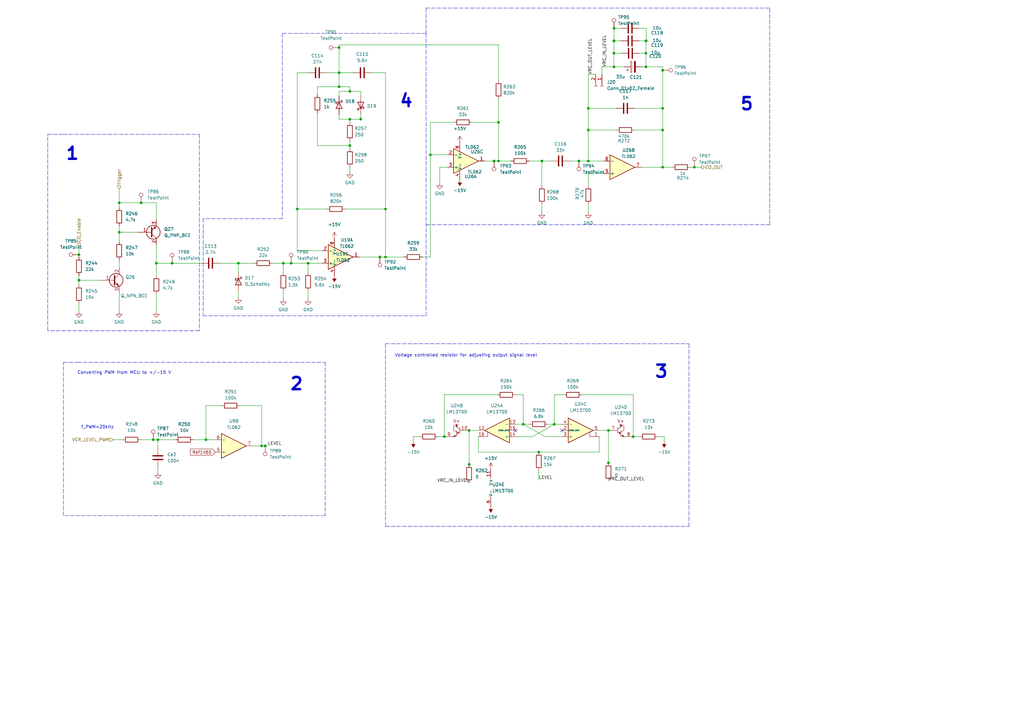
<source format=kicad_sch>
(kicad_sch (version 20211123) (generator eeschema)

  (uuid 631bfa73-15f9-4bb7-b01d-4a61ef172870)

  (paper "A3")

  (lib_symbols
    (symbol "Amplifier_Operational:LM13700" (pin_names (offset 0.127)) (in_bom yes) (on_board yes)
      (property "Reference" "U" (id 0) (at 3.81 5.08 0)
        (effects (font (size 1.27 1.27)))
      )
      (property "Value" "LM13700" (id 1) (at 5.08 -5.08 0)
        (effects (font (size 1.27 1.27)))
      )
      (property "Footprint" "" (id 2) (at -7.62 0.635 0)
        (effects (font (size 1.27 1.27)) hide)
      )
      (property "Datasheet" "http://www.ti.com/lit/ds/symlink/lm13700.pdf" (id 3) (at -7.62 0.635 0)
        (effects (font (size 1.27 1.27)) hide)
      )
      (property "ki_locked" "" (id 4) (at 0 0 0)
        (effects (font (size 1.27 1.27)))
      )
      (property "ki_keywords" "operational transconductance amplifier OTA" (id 5) (at 0 0 0)
        (effects (font (size 1.27 1.27)) hide)
      )
      (property "ki_description" "Dual Operational Transconductance Amplifiers with Linearizing Diodes and Buffers, DIP-16/SOIC-16" (id 6) (at 0 0 0)
        (effects (font (size 1.27 1.27)) hide)
      )
      (property "ki_fp_filters" "SOIC*3.9x9.9mm*P1.27mm* DIP*W7.62mm*" (id 7) (at 0 0 0)
        (effects (font (size 1.27 1.27)) hide)
      )
      (symbol "LM13700_1_1"
        (polyline
          (pts
            (xy 3.81 -0.635)
            (xy 3.81 -2.54)
            (xy 5.08 -2.54)
          )
          (stroke (width 0) (type default) (color 0 0 0 0))
          (fill (type none))
        )
        (polyline
          (pts
            (xy 5.08 0)
            (xy -5.08 -5.08)
            (xy -5.08 5.08)
            (xy 5.08 0)
          )
          (stroke (width 0.254) (type default) (color 0 0 0 0))
          (fill (type background))
        )
        (pin output line (at 7.62 0 180) (length 2.54)
          (name "~" (effects (font (size 1.27 1.27))))
          (number "12" (effects (font (size 1.27 1.27))))
        )
        (pin input line (at -7.62 2.54 0) (length 2.54)
          (name "-" (effects (font (size 1.27 1.27))))
          (number "13" (effects (font (size 1.27 1.27))))
        )
        (pin input line (at -7.62 -2.54 0) (length 2.54)
          (name "+" (effects (font (size 1.27 1.27))))
          (number "14" (effects (font (size 1.27 1.27))))
        )
        (pin input line (at -7.62 0 0) (length 2.54)
          (name "DIODE_BIAS" (effects (font (size 0.508 0.508))))
          (number "15" (effects (font (size 1.27 1.27))))
        )
        (pin input line (at 7.62 -2.54 180) (length 2.54)
          (name "~" (effects (font (size 1.27 1.27))))
          (number "16" (effects (font (size 1.27 1.27))))
        )
      )
      (symbol "LM13700_2_0"
        (polyline
          (pts
            (xy -1.905 2.54)
            (xy -3.175 2.54)
          )
          (stroke (width 0) (type default) (color 0 0 0 0))
          (fill (type none))
        )
      )
      (symbol "LM13700_2_1"
        (circle (center -2.54 1.905) (radius 0.254)
          (stroke (width 0.254) (type default) (color 0 0 0 0))
          (fill (type outline))
        )
        (polyline
          (pts
            (xy -3.81 -0.635)
            (xy -2.54 -1.27)
          )
          (stroke (width 0) (type default) (color 0 0 0 0))
          (fill (type none))
        )
        (polyline
          (pts
            (xy -3.81 1.27)
            (xy -3.81 -1.27)
          )
          (stroke (width 0) (type default) (color 0 0 0 0))
          (fill (type none))
        )
        (polyline
          (pts
            (xy -2.54 -1.905)
            (xy -1.27 -2.54)
          )
          (stroke (width 0) (type default) (color 0 0 0 0))
          (fill (type none))
        )
        (polyline
          (pts
            (xy -2.54 0)
            (xy -2.54 -2.54)
          )
          (stroke (width 0) (type default) (color 0 0 0 0))
          (fill (type none))
        )
        (polyline
          (pts
            (xy -3.81 0.635)
            (xy -2.54 1.27)
            (xy -2.54 1.905)
            (xy -2.54 2.54)
          )
          (stroke (width 0) (type default) (color 0 0 0 0))
          (fill (type none))
        )
        (polyline
          (pts
            (xy -2.54 -1.27)
            (xy -3.175 -0.635)
            (xy -3.175 -1.27)
            (xy -2.54 -1.27)
          )
          (stroke (width 0) (type default) (color 0 0 0 0))
          (fill (type outline))
        )
        (polyline
          (pts
            (xy -2.54 -0.635)
            (xy -1.27 0)
            (xy -1.27 1.905)
            (xy -2.54 1.905)
          )
          (stroke (width 0) (type default) (color 0 0 0 0))
          (fill (type none))
        )
        (polyline
          (pts
            (xy -1.27 -2.54)
            (xy -1.905 -1.905)
            (xy -1.905 -2.54)
            (xy -1.27 -2.54)
          )
          (stroke (width 0) (type default) (color 0 0 0 0))
          (fill (type outline))
        )
        (text "V+" (at -2.54 3.81 0)
          (effects (font (size 1.27 1.27)))
        )
        (pin input line (at -7.62 0 0) (length 3.81)
          (name "~" (effects (font (size 1.27 1.27))))
          (number "10" (effects (font (size 1.27 1.27))))
        )
        (pin output line (at 2.54 -2.54 180) (length 3.81)
          (name "~" (effects (font (size 1.27 1.27))))
          (number "9" (effects (font (size 1.27 1.27))))
        )
      )
      (symbol "LM13700_3_1"
        (polyline
          (pts
            (xy 3.81 -0.635)
            (xy 3.81 -2.54)
            (xy 5.08 -2.54)
          )
          (stroke (width 0) (type default) (color 0 0 0 0))
          (fill (type none))
        )
        (polyline
          (pts
            (xy 5.08 0)
            (xy -5.08 -5.08)
            (xy -5.08 5.08)
            (xy 5.08 0)
          )
          (stroke (width 0.254) (type default) (color 0 0 0 0))
          (fill (type background))
        )
        (pin input line (at 7.62 -2.54 180) (length 2.54)
          (name "~" (effects (font (size 1.27 1.27))))
          (number "1" (effects (font (size 1.27 1.27))))
        )
        (pin input line (at -7.62 0 0) (length 2.54)
          (name "DIODE_BIAS" (effects (font (size 0.508 0.508))))
          (number "2" (effects (font (size 1.27 1.27))))
        )
        (pin input line (at -7.62 -2.54 0) (length 2.54)
          (name "+" (effects (font (size 1.27 1.27))))
          (number "3" (effects (font (size 1.27 1.27))))
        )
        (pin input line (at -7.62 2.54 0) (length 2.54)
          (name "-" (effects (font (size 1.27 1.27))))
          (number "4" (effects (font (size 1.27 1.27))))
        )
        (pin output line (at 7.62 0 180) (length 2.54)
          (name "~" (effects (font (size 1.27 1.27))))
          (number "5" (effects (font (size 1.27 1.27))))
        )
      )
      (symbol "LM13700_4_0"
        (polyline
          (pts
            (xy -3.175 2.54)
            (xy -1.905 2.54)
          )
          (stroke (width 0) (type default) (color 0 0 0 0))
          (fill (type none))
        )
        (text "V+" (at -2.54 3.81 0)
          (effects (font (size 1.27 1.27)))
        )
      )
      (symbol "LM13700_4_1"
        (circle (center -2.54 1.905) (radius 0.254)
          (stroke (width 0.254) (type default) (color 0 0 0 0))
          (fill (type outline))
        )
        (polyline
          (pts
            (xy -3.81 -0.635)
            (xy -2.54 -1.27)
          )
          (stroke (width 0) (type default) (color 0 0 0 0))
          (fill (type none))
        )
        (polyline
          (pts
            (xy -3.81 1.27)
            (xy -3.81 -1.27)
          )
          (stroke (width 0) (type default) (color 0 0 0 0))
          (fill (type none))
        )
        (polyline
          (pts
            (xy -2.54 -1.905)
            (xy -1.27 -2.54)
          )
          (stroke (width 0) (type default) (color 0 0 0 0))
          (fill (type none))
        )
        (polyline
          (pts
            (xy -2.54 0)
            (xy -2.54 -2.54)
          )
          (stroke (width 0) (type default) (color 0 0 0 0))
          (fill (type none))
        )
        (polyline
          (pts
            (xy -3.81 0.635)
            (xy -2.54 1.27)
            (xy -2.54 2.54)
          )
          (stroke (width 0) (type default) (color 0 0 0 0))
          (fill (type none))
        )
        (polyline
          (pts
            (xy -2.54 -1.27)
            (xy -3.175 -0.635)
            (xy -3.175 -1.27)
            (xy -2.54 -1.27)
          )
          (stroke (width 0) (type default) (color 0 0 0 0))
          (fill (type outline))
        )
        (polyline
          (pts
            (xy -2.54 -0.635)
            (xy -1.27 0)
            (xy -1.27 1.905)
            (xy -2.54 1.905)
          )
          (stroke (width 0) (type default) (color 0 0 0 0))
          (fill (type none))
        )
        (polyline
          (pts
            (xy -1.27 -2.54)
            (xy -1.905 -1.905)
            (xy -1.905 -2.54)
            (xy -1.27 -2.54)
          )
          (stroke (width 0) (type default) (color 0 0 0 0))
          (fill (type outline))
        )
        (pin input line (at -7.62 0 0) (length 3.81)
          (name "~" (effects (font (size 1.27 1.27))))
          (number "7" (effects (font (size 1.27 1.27))))
        )
        (pin output line (at 2.54 -2.54 180) (length 3.81)
          (name "~" (effects (font (size 1.27 1.27))))
          (number "8" (effects (font (size 1.27 1.27))))
        )
      )
      (symbol "LM13700_5_1"
        (pin power_in line (at -2.54 7.62 270) (length 3.81)
          (name "V+" (effects (font (size 1.27 1.27))))
          (number "11" (effects (font (size 1.27 1.27))))
        )
        (pin power_in line (at -2.54 -7.62 90) (length 3.81)
          (name "V-" (effects (font (size 1.27 1.27))))
          (number "6" (effects (font (size 1.27 1.27))))
        )
      )
    )
    (symbol "Amplifier_Operational:TL062" (pin_names (offset 0.127)) (in_bom yes) (on_board yes)
      (property "Reference" "U" (id 0) (at 0 5.08 0)
        (effects (font (size 1.27 1.27)) (justify left))
      )
      (property "Value" "TL062" (id 1) (at 0 -5.08 0)
        (effects (font (size 1.27 1.27)) (justify left))
      )
      (property "Footprint" "" (id 2) (at 0 0 0)
        (effects (font (size 1.27 1.27)) hide)
      )
      (property "Datasheet" "http://www.ti.com/lit/ds/symlink/tl061.pdf" (id 3) (at 0 0 0)
        (effects (font (size 1.27 1.27)) hide)
      )
      (property "ki_locked" "" (id 4) (at 0 0 0)
        (effects (font (size 1.27 1.27)))
      )
      (property "ki_keywords" "dual opamp" (id 5) (at 0 0 0)
        (effects (font (size 1.27 1.27)) hide)
      )
      (property "ki_description" "Dual Low-Power JFET-Input Operational Amplifiers, DIP-8/SOIC-8/SSOP-8" (id 6) (at 0 0 0)
        (effects (font (size 1.27 1.27)) hide)
      )
      (property "ki_fp_filters" "SOIC*3.9x4.9mm*P1.27mm* DIP*W7.62mm* TO*99* OnSemi*Micro8* TSSOP*3x3mm*P0.65mm* TSSOP*4.4x3mm*P0.65mm* MSOP*3x3mm*P0.65mm* SSOP*3.9x4.9mm*P0.635mm* LFCSP*2x2mm*P0.5mm* *SIP* SOIC*5.3x6.2mm*P1.27mm*" (id 7) (at 0 0 0)
        (effects (font (size 1.27 1.27)) hide)
      )
      (symbol "TL062_1_1"
        (polyline
          (pts
            (xy -5.08 5.08)
            (xy 5.08 0)
            (xy -5.08 -5.08)
            (xy -5.08 5.08)
          )
          (stroke (width 0.254) (type default) (color 0 0 0 0))
          (fill (type background))
        )
        (pin output line (at 7.62 0 180) (length 2.54)
          (name "~" (effects (font (size 1.27 1.27))))
          (number "1" (effects (font (size 1.27 1.27))))
        )
        (pin input line (at -7.62 -2.54 0) (length 2.54)
          (name "-" (effects (font (size 1.27 1.27))))
          (number "2" (effects (font (size 1.27 1.27))))
        )
        (pin input line (at -7.62 2.54 0) (length 2.54)
          (name "+" (effects (font (size 1.27 1.27))))
          (number "3" (effects (font (size 1.27 1.27))))
        )
      )
      (symbol "TL062_2_1"
        (polyline
          (pts
            (xy -5.08 5.08)
            (xy 5.08 0)
            (xy -5.08 -5.08)
            (xy -5.08 5.08)
          )
          (stroke (width 0.254) (type default) (color 0 0 0 0))
          (fill (type background))
        )
        (pin input line (at -7.62 2.54 0) (length 2.54)
          (name "+" (effects (font (size 1.27 1.27))))
          (number "5" (effects (font (size 1.27 1.27))))
        )
        (pin input line (at -7.62 -2.54 0) (length 2.54)
          (name "-" (effects (font (size 1.27 1.27))))
          (number "6" (effects (font (size 1.27 1.27))))
        )
        (pin output line (at 7.62 0 180) (length 2.54)
          (name "~" (effects (font (size 1.27 1.27))))
          (number "7" (effects (font (size 1.27 1.27))))
        )
      )
      (symbol "TL062_3_1"
        (pin power_in line (at -2.54 -7.62 90) (length 3.81)
          (name "V-" (effects (font (size 1.27 1.27))))
          (number "4" (effects (font (size 1.27 1.27))))
        )
        (pin power_in line (at -2.54 7.62 270) (length 3.81)
          (name "V+" (effects (font (size 1.27 1.27))))
          (number "8" (effects (font (size 1.27 1.27))))
        )
      )
    )
    (symbol "Connector:Conn_01x02_Female" (pin_names (offset 1.016) hide) (in_bom yes) (on_board yes)
      (property "Reference" "J" (id 0) (at 0 2.54 0)
        (effects (font (size 1.27 1.27)))
      )
      (property "Value" "Conn_01x02_Female" (id 1) (at 0 -5.08 0)
        (effects (font (size 1.27 1.27)))
      )
      (property "Footprint" "" (id 2) (at 0 0 0)
        (effects (font (size 1.27 1.27)) hide)
      )
      (property "Datasheet" "~" (id 3) (at 0 0 0)
        (effects (font (size 1.27 1.27)) hide)
      )
      (property "ki_keywords" "connector" (id 4) (at 0 0 0)
        (effects (font (size 1.27 1.27)) hide)
      )
      (property "ki_description" "Generic connector, single row, 01x02, script generated (kicad-library-utils/schlib/autogen/connector/)" (id 5) (at 0 0 0)
        (effects (font (size 1.27 1.27)) hide)
      )
      (property "ki_fp_filters" "Connector*:*_1x??_*" (id 6) (at 0 0 0)
        (effects (font (size 1.27 1.27)) hide)
      )
      (symbol "Conn_01x02_Female_1_1"
        (arc (start 0 -2.032) (mid -0.508 -2.54) (end 0 -3.048)
          (stroke (width 0.1524) (type default) (color 0 0 0 0))
          (fill (type none))
        )
        (polyline
          (pts
            (xy -1.27 -2.54)
            (xy -0.508 -2.54)
          )
          (stroke (width 0.1524) (type default) (color 0 0 0 0))
          (fill (type none))
        )
        (polyline
          (pts
            (xy -1.27 0)
            (xy -0.508 0)
          )
          (stroke (width 0.1524) (type default) (color 0 0 0 0))
          (fill (type none))
        )
        (arc (start 0 0.508) (mid -0.508 0) (end 0 -0.508)
          (stroke (width 0.1524) (type default) (color 0 0 0 0))
          (fill (type none))
        )
        (pin passive line (at -5.08 0 0) (length 3.81)
          (name "Pin_1" (effects (font (size 1.27 1.27))))
          (number "1" (effects (font (size 1.27 1.27))))
        )
        (pin passive line (at -5.08 -2.54 0) (length 3.81)
          (name "Pin_2" (effects (font (size 1.27 1.27))))
          (number "2" (effects (font (size 1.27 1.27))))
        )
      )
    )
    (symbol "Connector:TestPoint" (pin_numbers hide) (pin_names (offset 0.762) hide) (in_bom yes) (on_board yes)
      (property "Reference" "TP" (id 0) (at 0 6.858 0)
        (effects (font (size 1.27 1.27)))
      )
      (property "Value" "TestPoint" (id 1) (at 0 5.08 0)
        (effects (font (size 1.27 1.27)))
      )
      (property "Footprint" "" (id 2) (at 5.08 0 0)
        (effects (font (size 1.27 1.27)) hide)
      )
      (property "Datasheet" "~" (id 3) (at 5.08 0 0)
        (effects (font (size 1.27 1.27)) hide)
      )
      (property "ki_keywords" "test point tp" (id 4) (at 0 0 0)
        (effects (font (size 1.27 1.27)) hide)
      )
      (property "ki_description" "test point" (id 5) (at 0 0 0)
        (effects (font (size 1.27 1.27)) hide)
      )
      (property "ki_fp_filters" "Pin* Test*" (id 6) (at 0 0 0)
        (effects (font (size 1.27 1.27)) hide)
      )
      (symbol "TestPoint_0_1"
        (circle (center 0 3.302) (radius 0.762)
          (stroke (width 0) (type default) (color 0 0 0 0))
          (fill (type none))
        )
      )
      (symbol "TestPoint_1_1"
        (pin passive line (at 0 0 90) (length 2.54)
          (name "1" (effects (font (size 1.27 1.27))))
          (number "1" (effects (font (size 1.27 1.27))))
        )
      )
    )
    (symbol "Device:C" (pin_numbers hide) (pin_names (offset 0.254)) (in_bom yes) (on_board yes)
      (property "Reference" "C" (id 0) (at 0.635 2.54 0)
        (effects (font (size 1.27 1.27)) (justify left))
      )
      (property "Value" "C" (id 1) (at 0.635 -2.54 0)
        (effects (font (size 1.27 1.27)) (justify left))
      )
      (property "Footprint" "" (id 2) (at 0.9652 -3.81 0)
        (effects (font (size 1.27 1.27)) hide)
      )
      (property "Datasheet" "~" (id 3) (at 0 0 0)
        (effects (font (size 1.27 1.27)) hide)
      )
      (property "ki_keywords" "cap capacitor" (id 4) (at 0 0 0)
        (effects (font (size 1.27 1.27)) hide)
      )
      (property "ki_description" "Unpolarized capacitor" (id 5) (at 0 0 0)
        (effects (font (size 1.27 1.27)) hide)
      )
      (property "ki_fp_filters" "C_*" (id 6) (at 0 0 0)
        (effects (font (size 1.27 1.27)) hide)
      )
      (symbol "C_0_1"
        (polyline
          (pts
            (xy -2.032 -0.762)
            (xy 2.032 -0.762)
          )
          (stroke (width 0.508) (type default) (color 0 0 0 0))
          (fill (type none))
        )
        (polyline
          (pts
            (xy -2.032 0.762)
            (xy 2.032 0.762)
          )
          (stroke (width 0.508) (type default) (color 0 0 0 0))
          (fill (type none))
        )
      )
      (symbol "C_1_1"
        (pin passive line (at 0 3.81 270) (length 2.794)
          (name "~" (effects (font (size 1.27 1.27))))
          (number "1" (effects (font (size 1.27 1.27))))
        )
        (pin passive line (at 0 -3.81 90) (length 2.794)
          (name "~" (effects (font (size 1.27 1.27))))
          (number "2" (effects (font (size 1.27 1.27))))
        )
      )
    )
    (symbol "Device:C_Polarized" (pin_numbers hide) (pin_names (offset 0.254)) (in_bom yes) (on_board yes)
      (property "Reference" "C" (id 0) (at 0.635 2.54 0)
        (effects (font (size 1.27 1.27)) (justify left))
      )
      (property "Value" "C_Polarized" (id 1) (at 0.635 -2.54 0)
        (effects (font (size 1.27 1.27)) (justify left))
      )
      (property "Footprint" "" (id 2) (at 0.9652 -3.81 0)
        (effects (font (size 1.27 1.27)) hide)
      )
      (property "Datasheet" "~" (id 3) (at 0 0 0)
        (effects (font (size 1.27 1.27)) hide)
      )
      (property "ki_keywords" "cap capacitor" (id 4) (at 0 0 0)
        (effects (font (size 1.27 1.27)) hide)
      )
      (property "ki_description" "Polarized capacitor" (id 5) (at 0 0 0)
        (effects (font (size 1.27 1.27)) hide)
      )
      (property "ki_fp_filters" "CP_*" (id 6) (at 0 0 0)
        (effects (font (size 1.27 1.27)) hide)
      )
      (symbol "C_Polarized_0_1"
        (rectangle (start -2.286 0.508) (end 2.286 1.016)
          (stroke (width 0) (type default) (color 0 0 0 0))
          (fill (type none))
        )
        (polyline
          (pts
            (xy -1.778 2.286)
            (xy -0.762 2.286)
          )
          (stroke (width 0) (type default) (color 0 0 0 0))
          (fill (type none))
        )
        (polyline
          (pts
            (xy -1.27 2.794)
            (xy -1.27 1.778)
          )
          (stroke (width 0) (type default) (color 0 0 0 0))
          (fill (type none))
        )
        (rectangle (start 2.286 -0.508) (end -2.286 -1.016)
          (stroke (width 0) (type default) (color 0 0 0 0))
          (fill (type outline))
        )
      )
      (symbol "C_Polarized_1_1"
        (pin passive line (at 0 3.81 270) (length 2.794)
          (name "~" (effects (font (size 1.27 1.27))))
          (number "1" (effects (font (size 1.27 1.27))))
        )
        (pin passive line (at 0 -3.81 90) (length 2.794)
          (name "~" (effects (font (size 1.27 1.27))))
          (number "2" (effects (font (size 1.27 1.27))))
        )
      )
    )
    (symbol "Device:D_Schottky" (pin_numbers hide) (pin_names (offset 1.016) hide) (in_bom yes) (on_board yes)
      (property "Reference" "D" (id 0) (at 0 2.54 0)
        (effects (font (size 1.27 1.27)))
      )
      (property "Value" "D_Schottky" (id 1) (at 0 -2.54 0)
        (effects (font (size 1.27 1.27)))
      )
      (property "Footprint" "" (id 2) (at 0 0 0)
        (effects (font (size 1.27 1.27)) hide)
      )
      (property "Datasheet" "~" (id 3) (at 0 0 0)
        (effects (font (size 1.27 1.27)) hide)
      )
      (property "ki_keywords" "diode Schottky" (id 4) (at 0 0 0)
        (effects (font (size 1.27 1.27)) hide)
      )
      (property "ki_description" "Schottky diode" (id 5) (at 0 0 0)
        (effects (font (size 1.27 1.27)) hide)
      )
      (property "ki_fp_filters" "TO-???* *_Diode_* *SingleDiode* D_*" (id 6) (at 0 0 0)
        (effects (font (size 1.27 1.27)) hide)
      )
      (symbol "D_Schottky_0_1"
        (polyline
          (pts
            (xy 1.27 0)
            (xy -1.27 0)
          )
          (stroke (width 0) (type default) (color 0 0 0 0))
          (fill (type none))
        )
        (polyline
          (pts
            (xy 1.27 1.27)
            (xy 1.27 -1.27)
            (xy -1.27 0)
            (xy 1.27 1.27)
          )
          (stroke (width 0.254) (type default) (color 0 0 0 0))
          (fill (type none))
        )
        (polyline
          (pts
            (xy -1.905 0.635)
            (xy -1.905 1.27)
            (xy -1.27 1.27)
            (xy -1.27 -1.27)
            (xy -0.635 -1.27)
            (xy -0.635 -0.635)
          )
          (stroke (width 0.254) (type default) (color 0 0 0 0))
          (fill (type none))
        )
      )
      (symbol "D_Schottky_1_1"
        (pin passive line (at -3.81 0 0) (length 2.54)
          (name "K" (effects (font (size 1.27 1.27))))
          (number "1" (effects (font (size 1.27 1.27))))
        )
        (pin passive line (at 3.81 0 180) (length 2.54)
          (name "A" (effects (font (size 1.27 1.27))))
          (number "2" (effects (font (size 1.27 1.27))))
        )
      )
    )
    (symbol "Device:Q_NPN_BCE" (pin_names (offset 0) hide) (in_bom yes) (on_board yes)
      (property "Reference" "Q" (id 0) (at 5.08 1.27 0)
        (effects (font (size 1.27 1.27)) (justify left))
      )
      (property "Value" "Q_NPN_BCE" (id 1) (at 5.08 -1.27 0)
        (effects (font (size 1.27 1.27)) (justify left))
      )
      (property "Footprint" "" (id 2) (at 5.08 2.54 0)
        (effects (font (size 1.27 1.27)) hide)
      )
      (property "Datasheet" "~" (id 3) (at 0 0 0)
        (effects (font (size 1.27 1.27)) hide)
      )
      (property "ki_keywords" "transistor NPN" (id 4) (at 0 0 0)
        (effects (font (size 1.27 1.27)) hide)
      )
      (property "ki_description" "NPN transistor, base/collector/emitter" (id 5) (at 0 0 0)
        (effects (font (size 1.27 1.27)) hide)
      )
      (symbol "Q_NPN_BCE_0_1"
        (polyline
          (pts
            (xy 0.635 0.635)
            (xy 2.54 2.54)
          )
          (stroke (width 0) (type default) (color 0 0 0 0))
          (fill (type none))
        )
        (polyline
          (pts
            (xy 0.635 -0.635)
            (xy 2.54 -2.54)
            (xy 2.54 -2.54)
          )
          (stroke (width 0) (type default) (color 0 0 0 0))
          (fill (type none))
        )
        (polyline
          (pts
            (xy 0.635 1.905)
            (xy 0.635 -1.905)
            (xy 0.635 -1.905)
          )
          (stroke (width 0.508) (type default) (color 0 0 0 0))
          (fill (type none))
        )
        (polyline
          (pts
            (xy 1.27 -1.778)
            (xy 1.778 -1.27)
            (xy 2.286 -2.286)
            (xy 1.27 -1.778)
            (xy 1.27 -1.778)
          )
          (stroke (width 0) (type default) (color 0 0 0 0))
          (fill (type outline))
        )
        (circle (center 1.27 0) (radius 2.8194)
          (stroke (width 0.254) (type default) (color 0 0 0 0))
          (fill (type none))
        )
      )
      (symbol "Q_NPN_BCE_1_1"
        (pin input line (at -5.08 0 0) (length 5.715)
          (name "B" (effects (font (size 1.27 1.27))))
          (number "1" (effects (font (size 1.27 1.27))))
        )
        (pin passive line (at 2.54 5.08 270) (length 2.54)
          (name "C" (effects (font (size 1.27 1.27))))
          (number "2" (effects (font (size 1.27 1.27))))
        )
        (pin passive line (at 2.54 -5.08 90) (length 2.54)
          (name "E" (effects (font (size 1.27 1.27))))
          (number "3" (effects (font (size 1.27 1.27))))
        )
      )
    )
    (symbol "Device:Q_PNP_BCE" (pin_names (offset 0) hide) (in_bom yes) (on_board yes)
      (property "Reference" "Q" (id 0) (at 5.08 1.27 0)
        (effects (font (size 1.27 1.27)) (justify left))
      )
      (property "Value" "Q_PNP_BCE" (id 1) (at 5.08 -1.27 0)
        (effects (font (size 1.27 1.27)) (justify left))
      )
      (property "Footprint" "" (id 2) (at 5.08 2.54 0)
        (effects (font (size 1.27 1.27)) hide)
      )
      (property "Datasheet" "~" (id 3) (at 0 0 0)
        (effects (font (size 1.27 1.27)) hide)
      )
      (property "ki_keywords" "transistor PNP" (id 4) (at 0 0 0)
        (effects (font (size 1.27 1.27)) hide)
      )
      (property "ki_description" "PNP transistor, base/collector/emitter" (id 5) (at 0 0 0)
        (effects (font (size 1.27 1.27)) hide)
      )
      (symbol "Q_PNP_BCE_0_1"
        (polyline
          (pts
            (xy 0.635 0.635)
            (xy 2.54 2.54)
          )
          (stroke (width 0) (type default) (color 0 0 0 0))
          (fill (type none))
        )
        (polyline
          (pts
            (xy 0.635 -0.635)
            (xy 2.54 -2.54)
            (xy 2.54 -2.54)
          )
          (stroke (width 0) (type default) (color 0 0 0 0))
          (fill (type none))
        )
        (polyline
          (pts
            (xy 0.635 1.905)
            (xy 0.635 -1.905)
            (xy 0.635 -1.905)
          )
          (stroke (width 0.508) (type default) (color 0 0 0 0))
          (fill (type none))
        )
        (polyline
          (pts
            (xy 2.286 -1.778)
            (xy 1.778 -2.286)
            (xy 1.27 -1.27)
            (xy 2.286 -1.778)
            (xy 2.286 -1.778)
          )
          (stroke (width 0) (type default) (color 0 0 0 0))
          (fill (type outline))
        )
        (circle (center 1.27 0) (radius 2.8194)
          (stroke (width 0.254) (type default) (color 0 0 0 0))
          (fill (type none))
        )
      )
      (symbol "Q_PNP_BCE_1_1"
        (pin input line (at -5.08 0 0) (length 5.715)
          (name "B" (effects (font (size 1.27 1.27))))
          (number "1" (effects (font (size 1.27 1.27))))
        )
        (pin passive line (at 2.54 5.08 270) (length 2.54)
          (name "C" (effects (font (size 1.27 1.27))))
          (number "2" (effects (font (size 1.27 1.27))))
        )
        (pin passive line (at 2.54 -5.08 90) (length 2.54)
          (name "E" (effects (font (size 1.27 1.27))))
          (number "3" (effects (font (size 1.27 1.27))))
        )
      )
    )
    (symbol "Device:R" (pin_numbers hide) (pin_names (offset 0)) (in_bom yes) (on_board yes)
      (property "Reference" "R" (id 0) (at 2.032 0 90)
        (effects (font (size 1.27 1.27)))
      )
      (property "Value" "R" (id 1) (at 0 0 90)
        (effects (font (size 1.27 1.27)))
      )
      (property "Footprint" "" (id 2) (at -1.778 0 90)
        (effects (font (size 1.27 1.27)) hide)
      )
      (property "Datasheet" "~" (id 3) (at 0 0 0)
        (effects (font (size 1.27 1.27)) hide)
      )
      (property "ki_keywords" "R res resistor" (id 4) (at 0 0 0)
        (effects (font (size 1.27 1.27)) hide)
      )
      (property "ki_description" "Resistor" (id 5) (at 0 0 0)
        (effects (font (size 1.27 1.27)) hide)
      )
      (property "ki_fp_filters" "R_*" (id 6) (at 0 0 0)
        (effects (font (size 1.27 1.27)) hide)
      )
      (symbol "R_0_1"
        (rectangle (start -1.016 -2.54) (end 1.016 2.54)
          (stroke (width 0.254) (type default) (color 0 0 0 0))
          (fill (type none))
        )
      )
      (symbol "R_1_1"
        (pin passive line (at 0 3.81 270) (length 1.27)
          (name "~" (effects (font (size 1.27 1.27))))
          (number "1" (effects (font (size 1.27 1.27))))
        )
        (pin passive line (at 0 -3.81 90) (length 1.27)
          (name "~" (effects (font (size 1.27 1.27))))
          (number "2" (effects (font (size 1.27 1.27))))
        )
      )
    )
    (symbol "power:+15V" (power) (pin_names (offset 0)) (in_bom yes) (on_board yes)
      (property "Reference" "#PWR" (id 0) (at 0 -3.81 0)
        (effects (font (size 1.27 1.27)) hide)
      )
      (property "Value" "+15V" (id 1) (at 0 3.556 0)
        (effects (font (size 1.27 1.27)))
      )
      (property "Footprint" "" (id 2) (at 0 0 0)
        (effects (font (size 1.27 1.27)) hide)
      )
      (property "Datasheet" "" (id 3) (at 0 0 0)
        (effects (font (size 1.27 1.27)) hide)
      )
      (property "ki_keywords" "global power" (id 4) (at 0 0 0)
        (effects (font (size 1.27 1.27)) hide)
      )
      (property "ki_description" "Power symbol creates a global label with name \"+15V\"" (id 5) (at 0 0 0)
        (effects (font (size 1.27 1.27)) hide)
      )
      (symbol "+15V_0_1"
        (polyline
          (pts
            (xy -0.762 1.27)
            (xy 0 2.54)
          )
          (stroke (width 0) (type default) (color 0 0 0 0))
          (fill (type none))
        )
        (polyline
          (pts
            (xy 0 0)
            (xy 0 2.54)
          )
          (stroke (width 0) (type default) (color 0 0 0 0))
          (fill (type none))
        )
        (polyline
          (pts
            (xy 0 2.54)
            (xy 0.762 1.27)
          )
          (stroke (width 0) (type default) (color 0 0 0 0))
          (fill (type none))
        )
      )
      (symbol "+15V_1_1"
        (pin power_in line (at 0 0 90) (length 0) hide
          (name "+15V" (effects (font (size 1.27 1.27))))
          (number "1" (effects (font (size 1.27 1.27))))
        )
      )
    )
    (symbol "power:-15V" (power) (pin_names (offset 0)) (in_bom yes) (on_board yes)
      (property "Reference" "#PWR" (id 0) (at 0 2.54 0)
        (effects (font (size 1.27 1.27)) hide)
      )
      (property "Value" "-15V" (id 1) (at 0 3.81 0)
        (effects (font (size 1.27 1.27)))
      )
      (property "Footprint" "" (id 2) (at 0 0 0)
        (effects (font (size 1.27 1.27)) hide)
      )
      (property "Datasheet" "" (id 3) (at 0 0 0)
        (effects (font (size 1.27 1.27)) hide)
      )
      (property "ki_keywords" "global power" (id 4) (at 0 0 0)
        (effects (font (size 1.27 1.27)) hide)
      )
      (property "ki_description" "Power symbol creates a global label with name \"-15V\"" (id 5) (at 0 0 0)
        (effects (font (size 1.27 1.27)) hide)
      )
      (symbol "-15V_0_0"
        (pin power_in line (at 0 0 90) (length 0) hide
          (name "-15V" (effects (font (size 1.27 1.27))))
          (number "1" (effects (font (size 1.27 1.27))))
        )
      )
      (symbol "-15V_0_1"
        (polyline
          (pts
            (xy 0 0)
            (xy 0 1.27)
            (xy 0.762 1.27)
            (xy 0 2.54)
            (xy -0.762 1.27)
            (xy 0 1.27)
          )
          (stroke (width 0) (type default) (color 0 0 0 0))
          (fill (type outline))
        )
      )
    )
    (symbol "power:GND" (power) (pin_names (offset 0)) (in_bom yes) (on_board yes)
      (property "Reference" "#PWR" (id 0) (at 0 -6.35 0)
        (effects (font (size 1.27 1.27)) hide)
      )
      (property "Value" "GND" (id 1) (at 0 -3.81 0)
        (effects (font (size 1.27 1.27)))
      )
      (property "Footprint" "" (id 2) (at 0 0 0)
        (effects (font (size 1.27 1.27)) hide)
      )
      (property "Datasheet" "" (id 3) (at 0 0 0)
        (effects (font (size 1.27 1.27)) hide)
      )
      (property "ki_keywords" "global power" (id 4) (at 0 0 0)
        (effects (font (size 1.27 1.27)) hide)
      )
      (property "ki_description" "Power symbol creates a global label with name \"GND\" , ground" (id 5) (at 0 0 0)
        (effects (font (size 1.27 1.27)) hide)
      )
      (symbol "GND_0_1"
        (polyline
          (pts
            (xy 0 0)
            (xy 0 -1.27)
            (xy 1.27 -1.27)
            (xy 0 -2.54)
            (xy -1.27 -1.27)
            (xy 0 -1.27)
          )
          (stroke (width 0) (type default) (color 0 0 0 0))
          (fill (type none))
        )
      )
      (symbol "GND_1_1"
        (pin power_in line (at 0 0 270) (length 0) hide
          (name "GND" (effects (font (size 1.27 1.27))))
          (number "1" (effects (font (size 1.27 1.27))))
        )
      )
    )
  )

  (junction (at 97.79 107.95) (diameter 0) (color 0 0 0 0)
    (uuid 0da18500-b208-4e03-bcb7-b5f4d603e74a)
  )
  (junction (at 259.715 179.07) (diameter 0) (color 0 0 0 0)
    (uuid 100f2432-4aa2-4a40-ba21-df9a63042231)
  )
  (junction (at 202.6678 66.04) (diameter 0) (color 0 0 0 0)
    (uuid 171aa9a2-a9e8-4b3f-b74f-ad66a3eee5e8)
  )
  (junction (at 32.385 104.4436) (diameter 0) (color 0 0 0 0)
    (uuid 1c1eed9d-3b64-422d-ae88-da1eb1402341)
  )
  (junction (at 241.3 53.34) (diameter 0) (color 0 0 0 0)
    (uuid 1e0bbc5f-aa7f-4a81-b69a-d53562fc1458)
  )
  (junction (at 264.922 16.764) (diameter 0) (color 0 0 0 0)
    (uuid 1f4182c3-eb33-46a2-b989-a8f147d9dfd2)
  )
  (junction (at 62.8466 180.34) (diameter 0) (color 0 0 0 0)
    (uuid 1f544bb2-ea2a-43b3-aafd-2213da40aea4)
  )
  (junction (at 182.245 179.07) (diameter 0) (color 0 0 0 0)
    (uuid 265cebc0-af81-4d02-bfe4-8af4f46a0d3b)
  )
  (junction (at 204.47 50.165) (diameter 0) (color 0 0 0 0)
    (uuid 2c2000a3-6ed9-4f5f-a351-734600590706)
  )
  (junction (at 220.98 185.42) (diameter 0) (color 0 0 0 0)
    (uuid 2cd74104-ea21-400d-ad62-0082e9108aa2)
  )
  (junction (at 147.955 48.8415) (diameter 0) (color 0 0 0 0)
    (uuid 2f8da8a8-7a74-458b-a861-b17d1e3e3b7a)
  )
  (junction (at 107.315 182.88) (diameter 0) (color 0 0 0 0)
    (uuid 31d3d29d-d832-4bf6-883c-e51e270d3a9a)
  )
  (junction (at 155.8034 105.41) (diameter 0) (color 0 0 0 0)
    (uuid 4b94f2e9-103e-447a-93d8-31a1a90d47c3)
  )
  (junction (at 204.47 66.04) (diameter 0) (color 0 0 0 0)
    (uuid 4d83caf9-072a-460b-a2e4-62e0998dc883)
  )
  (junction (at 251.841 11.6238) (diameter 0) (color 0 0 0 0)
    (uuid 539696c5-a2f0-490c-b7b3-75342674b619)
  )
  (junction (at 139.065 29.845) (diameter 0) (color 0 0 0 0)
    (uuid 5a2f110d-29c0-492c-a9bd-840b5f0bfc32)
  )
  (junction (at 251.841 16.764) (diameter 0) (color 0 0 0 0)
    (uuid 5b0c54e8-f2e7-4427-81b2-6932c753d98e)
  )
  (junction (at 214.63 173.99) (diameter 0) (color 0 0 0 0)
    (uuid 5b765c04-9349-4ee5-8fdb-3499bd72d7ce)
  )
  (junction (at 271.78 44.45) (diameter 0) (color 0 0 0 0)
    (uuid 5bb28965-e3d3-4d96-b791-675cf2027f5c)
  )
  (junction (at 126.365 107.95) (diameter 0) (color 0 0 0 0)
    (uuid 5ee7595b-2176-4d27-83d4-2a61c9ee43f8)
  )
  (junction (at 108.7565 182.88) (diameter 0) (color 0 0 0 0)
    (uuid 6137192c-4996-45e5-a6ca-abbf1b1599e4)
  )
  (junction (at 57.8776 83.185) (diameter 0) (color 0 0 0 0)
    (uuid 618cefde-d15e-4c02-81d1-315a4e70bc55)
  )
  (junction (at 192.405 176.53) (diameter 0) (color 0 0 0 0)
    (uuid 74979fbd-8aa1-4277-9931-45e5e29373a9)
  )
  (junction (at 48.895 95.25) (diameter 0) (color 0 0 0 0)
    (uuid 7945cf30-b436-4c25-bb57-8deba655d379)
  )
  (junction (at 158.115 105.41) (diameter 0) (color 0 0 0 0)
    (uuid 7b91d0b5-24bf-4b86-9bef-0107eb3c84ba)
  )
  (junction (at 116.205 107.95) (diameter 0) (color 0 0 0 0)
    (uuid 7f93cfb5-65a8-4ab2-837c-c457e8e73b43)
  )
  (junction (at 227.33 173.99) (diameter 0) (color 0 0 0 0)
    (uuid 84f6bae3-e6e5-47d1-a488-a95099fbab25)
  )
  (junction (at 251.7844 21.844) (diameter 0) (color 0 0 0 0)
    (uuid 88094ed5-5f6c-4527-9bbb-f916936b2f90)
  )
  (junction (at 249.555 176.53) (diameter 0) (color 0 0 0 0)
    (uuid 9d2f3d3c-c5c7-4689-a003-c0bc044c7ff0)
  )
  (junction (at 64.135 107.95) (diameter 0) (color 0 0 0 0)
    (uuid 9e9050b7-c3eb-42e6-ac8c-014c95f214bd)
  )
  (junction (at 143.51 48.895) (diameter 0) (color 0 0 0 0)
    (uuid 9f7d5c77-ce27-4a10-bf90-b1287b3e3b76)
  )
  (junction (at 249.555 189.8243) (diameter 0) (color 0 0 0 0)
    (uuid a53b817a-9930-4899-949e-1184c4cc70a6)
  )
  (junction (at 139.065 35.56) (diameter 0) (color 0 0 0 0)
    (uuid a6dea9d7-8d7e-456b-856f-9624a9dbffca)
  )
  (junction (at 70.6352 107.95) (diameter 0) (color 0 0 0 0)
    (uuid aaa9c84d-566d-4d08-8c3c-6bd454e3ed10)
  )
  (junction (at 84.455 180.34) (diameter 0) (color 0 0 0 0)
    (uuid aaf3fbd4-d3b6-489a-ae3e-bcfc0c226359)
  )
  (junction (at 158.115 85.725) (diameter 0) (color 0 0 0 0)
    (uuid ad7b0caa-b8ba-415f-8a7f-981f03dd2dc9)
  )
  (junction (at 64.77 180.34) (diameter 0) (color 0 0 0 0)
    (uuid b9421d58-4222-4bec-9cff-bf3277b0f187)
  )
  (junction (at 32.385 114.935) (diameter 0) (color 0 0 0 0)
    (uuid bcc02b4e-aa2c-411b-8f89-e1bccd45d9da)
  )
  (junction (at 271.78 68.58) (diameter 0) (color 0 0 0 0)
    (uuid bf29e168-bdcd-4afe-8ca3-4bc882ed2967)
  )
  (junction (at 176.53 63.5) (diameter 0) (color 0 0 0 0)
    (uuid c1d466c0-6eab-4f0d-a72f-6399c97a7b6c)
  )
  (junction (at 143.51 37.465) (diameter 0) (color 0 0 0 0)
    (uuid c47e6452-002a-4d83-902e-d7de66304bad)
  )
  (junction (at 241.3 44.45) (diameter 0) (color 0 0 0 0)
    (uuid c7a73fae-4c87-4f30-8370-8f78f971c33f)
  )
  (junction (at 143.51 59.69) (diameter 0) (color 0 0 0 0)
    (uuid cbb36f10-34c5-47a7-a83a-243d6ddc243a)
  )
  (junction (at 48.895 83.185) (diameter 0) (color 0 0 0 0)
    (uuid cd1e8c7d-4b06-4026-886b-7c065750cfc1)
  )
  (junction (at 251.7844 27.432) (diameter 0) (color 0 0 0 0)
    (uuid ce5e63cd-52c3-4292-abf4-003ff6e84e92)
  )
  (junction (at 271.78 53.34) (diameter 0) (color 0 0 0 0)
    (uuid ce9224cb-0dca-4c41-91fe-d958c2c626a1)
  )
  (junction (at 265.049 16.764) (diameter 0) (color 0 0 0 0)
    (uuid ce9981df-32fd-4f85-b912-51b6659dc093)
  )
  (junction (at 121.92 85.725) (diameter 0) (color 0 0 0 0)
    (uuid d7a169a8-0d6b-428a-ba8f-9a16bb2b0ece)
  )
  (junction (at 284.8111 68.58) (diameter 0) (color 0 0 0 0)
    (uuid dd2879d3-c37b-49e1-b4b6-f48a78f7ccef)
  )
  (junction (at 271.78 28.8075) (diameter 0) (color 0 0 0 0)
    (uuid de326143-2509-41fc-8fe9-386e384d06e3)
  )
  (junction (at 139.065 19.5148) (diameter 0) (color 0 0 0 0)
    (uuid dfb9be9b-a6c5-40dc-b413-a9a9889ba58b)
  )
  (junction (at 241.3 66.04) (diameter 0) (color 0 0 0 0)
    (uuid e703530f-27e3-4fb9-9266-54a56da81034)
  )
  (junction (at 192.405 190.4593) (diameter 0) (color 0 0 0 0)
    (uuid ec2426bd-79e1-4f87-8119-788bf5bae9d0)
  )
  (junction (at 222.25 66.04) (diameter 0) (color 0 0 0 0)
    (uuid eda2614e-8d99-4e90-9423-4d25c7e011bf)
  )
  (junction (at 264.922 27.432) (diameter 0) (color 0 0 0 0)
    (uuid f083d02f-7a2d-4e96-a088-9aa5bdbe13a0)
  )
  (junction (at 237.4257 66.04) (diameter 0) (color 0 0 0 0)
    (uuid f1a40373-03a1-4d98-b45b-0510c63f2aaa)
  )
  (junction (at 264.922 21.844) (diameter 0) (color 0 0 0 0)
    (uuid f3ed3c4c-edfe-405a-ad00-a904413f40e8)
  )
  (junction (at 251.7844 16.764) (diameter 0) (color 0 0 0 0)
    (uuid f66375ec-9cd6-44b7-86c2-0f61fd5c0700)
  )
  (junction (at 119.4089 107.95) (diameter 0) (color 0 0 0 0)
    (uuid fe1118f8-42be-4c4e-8447-41e03d1bc062)
  )

  (no_connect (at 211.455 176.53) (uuid 730f036c-d538-4829-a790-fa684f20ba49))
  (no_connect (at 230.505 176.53) (uuid 8b03f335-e247-44c6-b1c7-abb520c543ed))

  (wire (pts (xy 169.545 179.07) (xy 169.545 180.975))
    (stroke (width 0) (type default) (color 0 0 0 0))
    (uuid 00c9a4e1-9595-4b31-ab72-00bd9f91f336)
  )
  (wire (pts (xy 227.33 161.925) (xy 231.14 161.925))
    (stroke (width 0) (type default) (color 0 0 0 0))
    (uuid 00e1fefd-5616-4fb9-b5ee-33019bd40c0e)
  )
  (wire (pts (xy 238.76 161.925) (xy 259.715 161.925))
    (stroke (width 0) (type default) (color 0 0 0 0))
    (uuid 01ef19e6-9bc1-410c-a0c6-4ef517ac6cb6)
  )
  (wire (pts (xy 119.4089 107.95) (xy 126.365 107.95))
    (stroke (width 0) (type default) (color 0 0 0 0))
    (uuid 02433178-9153-456c-b09f-ff72fec4db25)
  )
  (wire (pts (xy 254.762 21.844) (xy 251.7844 21.844))
    (stroke (width 0) (type default) (color 0 0 0 0))
    (uuid 0280e722-d43c-480d-a251-d20424f4408f)
  )
  (wire (pts (xy 220.98 193.04) (xy 220.98 196.85))
    (stroke (width 0) (type default) (color 0 0 0 0))
    (uuid 02b416ae-5eac-4c2d-88af-52fd183b2ba1)
  )
  (wire (pts (xy 241.3 71.12) (xy 247.65 71.12))
    (stroke (width 0) (type default) (color 0 0 0 0))
    (uuid 03ad4425-8cc0-4b28-ac4d-38afcd3640b6)
  )
  (wire (pts (xy 271.78 28.8075) (xy 271.78 44.45))
    (stroke (width 0) (type default) (color 0 0 0 0))
    (uuid 0462b37e-eeb1-4add-880c-c8d3cd88a70c)
  )
  (wire (pts (xy 196.215 185.42) (xy 220.98 185.42))
    (stroke (width 0) (type default) (color 0 0 0 0))
    (uuid 0735c52a-90e6-4eb7-93a8-cb336c393ed9)
  )
  (wire (pts (xy 222.25 66.04) (xy 226.06 66.04))
    (stroke (width 0) (type default) (color 0 0 0 0))
    (uuid 092f75dc-5f2f-4ca5-a016-a4e1b20791e3)
  )
  (wire (pts (xy 227.33 173.99) (xy 230.505 173.99))
    (stroke (width 0) (type default) (color 0 0 0 0))
    (uuid 09de4353-2368-46c0-aebd-4df186fb00a5)
  )
  (polyline (pts (xy 315.722 92.202) (xy 315.722 3.302))
    (stroke (width 0) (type default) (color 0 0 0 0))
    (uuid 0a2a369f-3ef3-45c2-8cf0-39068d72dacb)
  )

  (wire (pts (xy 283.21 68.58) (xy 284.8111 68.58))
    (stroke (width 0) (type default) (color 0 0 0 0))
    (uuid 0a47c1f9-0a67-481d-a2aa-06868252adfb)
  )
  (wire (pts (xy 217.17 66.04) (xy 222.25 66.04))
    (stroke (width 0) (type default) (color 0 0 0 0))
    (uuid 0b6366ff-5ce6-452f-a160-5f66453cd66f)
  )
  (wire (pts (xy 143.51 68.58) (xy 143.51 70.485))
    (stroke (width 0) (type default) (color 0 0 0 0))
    (uuid 10801220-7164-4315-b90e-d457bc99250c)
  )
  (polyline (pts (xy 26.035 211.455) (xy 26.035 148.59))
    (stroke (width 0) (type default) (color 0 0 0 0))
    (uuid 10bff8f7-b2b1-4aa6-ab97-8fe604f10c94)
  )

  (wire (pts (xy 241.3 76.2) (xy 241.3 71.12))
    (stroke (width 0) (type default) (color 0 0 0 0))
    (uuid 12a87d92-fdfd-4ece-ba56-22525f2895ae)
  )
  (wire (pts (xy 196.215 179.07) (xy 196.215 185.42))
    (stroke (width 0) (type default) (color 0 0 0 0))
    (uuid 15331c53-0f61-459c-bc27-1bca9fd07032)
  )
  (wire (pts (xy 155.8034 105.41) (xy 147.32 105.41))
    (stroke (width 0) (type default) (color 0 0 0 0))
    (uuid 1977b742-59cb-4fa0-b4a5-8d658a5e8318)
  )
  (wire (pts (xy 64.135 107.95) (xy 64.135 113.03))
    (stroke (width 0) (type default) (color 0 0 0 0))
    (uuid 1a8ac636-68ba-4467-b2e0-7e0dbd5f3829)
  )
  (wire (pts (xy 192.405 176.53) (xy 192.405 190.4593))
    (stroke (width 0) (type default) (color 0 0 0 0))
    (uuid 21511fe5-15ad-417c-bb04-df14d8440a74)
  )
  (wire (pts (xy 32.385 104.4436) (xy 32.385 105.41))
    (stroke (width 0) (type default) (color 0 0 0 0))
    (uuid 21f8d776-ff86-438c-b80d-49270fc298a8)
  )
  (wire (pts (xy 251.7844 21.844) (xy 251.7844 27.432))
    (stroke (width 0) (type default) (color 0 0 0 0))
    (uuid 22338e41-09b8-4790-955d-f27fdf00a3a3)
  )
  (wire (pts (xy 48.895 92.71) (xy 48.895 95.25))
    (stroke (width 0) (type default) (color 0 0 0 0))
    (uuid 25498b70-fcf0-4fea-b623-29b2c53ffcc1)
  )
  (wire (pts (xy 130.175 59.69) (xy 143.51 59.69))
    (stroke (width 0) (type default) (color 0 0 0 0))
    (uuid 25ca54c0-d45e-4f13-945e-d8731be125c6)
  )
  (wire (pts (xy 48.895 77.47) (xy 48.895 83.185))
    (stroke (width 0) (type default) (color 0 0 0 0))
    (uuid 28332c07-a45e-4f12-9685-631bbe5f5c6c)
  )
  (wire (pts (xy 158.115 105.41) (xy 155.8034 105.41))
    (stroke (width 0) (type default) (color 0 0 0 0))
    (uuid 2a8fcb82-1144-49ac-ab3a-fc2539bbf2b2)
  )
  (polyline (pts (xy 81.788 135.636) (xy 19.558 135.636))
    (stroke (width 0) (type default) (color 0 0 0 0))
    (uuid 2ab56a81-e68c-437a-871f-7a8e73d560d5)
  )

  (wire (pts (xy 176.53 105.41) (xy 176.53 63.5))
    (stroke (width 0) (type default) (color 0 0 0 0))
    (uuid 2bf4d105-78ad-46e0-b0e4-1f3f74a890ff)
  )
  (wire (pts (xy 158.115 85.725) (xy 158.115 105.41))
    (stroke (width 0) (type default) (color 0 0 0 0))
    (uuid 2dbfdc70-35fa-4cc8-8263-4c1100979637)
  )
  (polyline (pts (xy 133.35 148.59) (xy 133.35 211.455))
    (stroke (width 0) (type default) (color 0 0 0 0))
    (uuid 2ff4f9e2-4f3c-4ff6-8417-f9b54e719cf8)
  )

  (wire (pts (xy 139.065 48.895) (xy 143.51 48.895))
    (stroke (width 0) (type default) (color 0 0 0 0))
    (uuid 2ff58086-3773-4803-aa5e-fb78b573e3e4)
  )
  (wire (pts (xy 251.841 16.764) (xy 251.841 11.6238))
    (stroke (width 0) (type default) (color 0 0 0 0))
    (uuid 31f23ef5-874a-4479-9ca3-de67e67b024b)
  )
  (wire (pts (xy 64.77 180.34) (xy 71.755 180.34))
    (stroke (width 0) (type default) (color 0 0 0 0))
    (uuid 32b3b98e-3ce4-4e65-8258-746bfd1b90b1)
  )
  (wire (pts (xy 180.34 68.58) (xy 180.34 74.93))
    (stroke (width 0) (type default) (color 0 0 0 0))
    (uuid 32ed14d7-978d-41b4-b280-8b4470f19603)
  )
  (wire (pts (xy 271.78 44.45) (xy 271.78 53.34))
    (stroke (width 0) (type default) (color 0 0 0 0))
    (uuid 330178fb-af66-4cce-8b06-5ab24fa2bba6)
  )
  (wire (pts (xy 173.355 105.41) (xy 176.53 105.41))
    (stroke (width 0) (type default) (color 0 0 0 0))
    (uuid 339c0a8a-0a05-4e41-8e2d-37ba8319b6ba)
  )
  (wire (pts (xy 158.115 29.845) (xy 158.115 85.725))
    (stroke (width 0) (type default) (color 0 0 0 0))
    (uuid 3425a49e-1842-48f5-9685-f7cace02059b)
  )
  (wire (pts (xy 264.922 16.764) (xy 265.049 16.764))
    (stroke (width 0) (type default) (color 0 0 0 0))
    (uuid 3429c63c-cd30-42be-8b0a-869f71449627)
  )
  (wire (pts (xy 233.68 66.04) (xy 237.4257 66.04))
    (stroke (width 0) (type default) (color 0 0 0 0))
    (uuid 34b64144-47dc-4a2d-80f7-b3b23b9c5f77)
  )
  (wire (pts (xy 198.755 66.04) (xy 202.6678 66.04))
    (stroke (width 0) (type default) (color 0 0 0 0))
    (uuid 351183cb-96e1-4c07-94a5-404e296e11af)
  )
  (polyline (pts (xy 133.35 211.455) (xy 26.035 211.455))
    (stroke (width 0) (type default) (color 0 0 0 0))
    (uuid 377391d9-f562-409c-8542-323c12fd3079)
  )
  (polyline (pts (xy 174.752 92.202) (xy 315.722 92.202))
    (stroke (width 0) (type default) (color 0 0 0 0))
    (uuid 380b38c3-9904-4913-9705-d1ee7afbecd0)
  )

  (wire (pts (xy 222.25 83.82) (xy 222.25 86.995))
    (stroke (width 0) (type default) (color 0 0 0 0))
    (uuid 384d7c0d-7e66-4c90-9291-56ba5c2d168d)
  )
  (wire (pts (xy 241.3 44.45) (xy 252.73 44.45))
    (stroke (width 0) (type default) (color 0 0 0 0))
    (uuid 395864ea-0432-430d-a13e-79e7fd15fe36)
  )
  (wire (pts (xy 126.365 107.95) (xy 126.365 111.76))
    (stroke (width 0) (type default) (color 0 0 0 0))
    (uuid 39fc4cea-7182-4dfc-8883-d999777b48a9)
  )
  (wire (pts (xy 241.3 44.45) (xy 241.3 30.48))
    (stroke (width 0) (type default) (color 0 0 0 0))
    (uuid 3dbbfe84-d2a9-42d3-9912-d88c3742a609)
  )
  (wire (pts (xy 126.365 119.38) (xy 126.365 122.555))
    (stroke (width 0) (type default) (color 0 0 0 0))
    (uuid 3e9272c2-208b-4908-b130-484cfedcb5ac)
  )
  (wire (pts (xy 251.7844 16.764) (xy 251.841 16.764))
    (stroke (width 0) (type default) (color 0 0 0 0))
    (uuid 3fc6534a-e06e-4515-a50e-6f1111053261)
  )
  (wire (pts (xy 139.065 29.845) (xy 139.065 19.5148))
    (stroke (width 0) (type default) (color 0 0 0 0))
    (uuid 4078ad77-5af9-4b9b-b84f-4d2562c7faa0)
  )
  (wire (pts (xy 139.065 37.465) (xy 143.51 37.465))
    (stroke (width 0) (type default) (color 0 0 0 0))
    (uuid 416fbbf5-7707-4129-bcc7-f1d9d608796b)
  )
  (wire (pts (xy 176.53 50.165) (xy 186.055 50.165))
    (stroke (width 0) (type default) (color 0 0 0 0))
    (uuid 42750f0e-a6c9-4511-8e70-942ac567951b)
  )
  (wire (pts (xy 204.47 66.04) (xy 209.55 66.04))
    (stroke (width 0) (type default) (color 0 0 0 0))
    (uuid 4496d65f-0030-4b31-9a87-56bc47d9371e)
  )
  (wire (pts (xy 182.245 161.925) (xy 182.245 179.07))
    (stroke (width 0) (type default) (color 0 0 0 0))
    (uuid 457e965b-07d7-4975-8ee1-70a865475f18)
  )
  (wire (pts (xy 48.895 106.68) (xy 48.895 109.855))
    (stroke (width 0) (type default) (color 0 0 0 0))
    (uuid 469d32ea-d9a0-41ce-bb9b-03d7675fc46b)
  )
  (wire (pts (xy 271.78 27.432) (xy 271.78 28.8075))
    (stroke (width 0) (type default) (color 0 0 0 0))
    (uuid 470b3d51-82b0-4ba1-b3d7-ac1868eac3f3)
  )
  (wire (pts (xy 262.382 21.844) (xy 264.922 21.844))
    (stroke (width 0) (type default) (color 0 0 0 0))
    (uuid 4990139f-0d9c-4830-95a0-b527a40fc003)
  )
  (wire (pts (xy 262.255 16.764) (xy 264.922 16.764))
    (stroke (width 0) (type default) (color 0 0 0 0))
    (uuid 4aceed07-4052-4ac4-976a-0439343bbee2)
  )
  (wire (pts (xy 97.79 107.95) (xy 104.14 107.95))
    (stroke (width 0) (type default) (color 0 0 0 0))
    (uuid 4b318cf5-de6c-43c7-b8a0-abf42b875f8d)
  )
  (wire (pts (xy 262.89 68.58) (xy 271.78 68.58))
    (stroke (width 0) (type default) (color 0 0 0 0))
    (uuid 4b6d668b-b4fb-4da2-bda4-b0c0dc479cdc)
  )
  (wire (pts (xy 246.888 30.48) (xy 246.888 27.432))
    (stroke (width 0) (type default) (color 0 0 0 0))
    (uuid 4b8fdc29-99b3-4a13-b6ae-68e5716fc892)
  )
  (wire (pts (xy 116.205 107.95) (xy 119.4089 107.95))
    (stroke (width 0) (type default) (color 0 0 0 0))
    (uuid 4ba16db7-082c-4653-8afa-a68e5b0ad6fe)
  )
  (wire (pts (xy 158.115 105.41) (xy 165.735 105.41))
    (stroke (width 0) (type default) (color 0 0 0 0))
    (uuid 4c4f2e7a-afb6-42a4-ab30-e1cab41e688b)
  )
  (wire (pts (xy 211.455 173.99) (xy 214.63 173.99))
    (stroke (width 0) (type default) (color 0 0 0 0))
    (uuid 4fff4699-7403-4810-a38b-1d2cc012c185)
  )
  (wire (pts (xy 193.675 50.165) (xy 204.47 50.165))
    (stroke (width 0) (type default) (color 0 0 0 0))
    (uuid 510376ef-e786-416b-b8b1-5bf2c9c66b6c)
  )
  (wire (pts (xy 272.415 179.07) (xy 272.415 180.975))
    (stroke (width 0) (type default) (color 0 0 0 0))
    (uuid 523c29ae-00d9-4e65-9d4b-690c0428342e)
  )
  (wire (pts (xy 211.455 179.07) (xy 218.44 179.07))
    (stroke (width 0) (type default) (color 0 0 0 0))
    (uuid 5437cf8d-3abb-44f7-8caf-66a906cadd43)
  )
  (wire (pts (xy 56.515 95.25) (xy 48.895 95.25))
    (stroke (width 0) (type default) (color 0 0 0 0))
    (uuid 545e16ef-fbd4-4b5f-8aea-a79b2e6c28ca)
  )
  (wire (pts (xy 176.53 50.165) (xy 176.53 63.5))
    (stroke (width 0) (type default) (color 0 0 0 0))
    (uuid 54867c7e-2a87-4a06-8299-3cfb55acf2ae)
  )
  (wire (pts (xy 251.7844 27.432) (xy 255.8484 27.432))
    (stroke (width 0) (type default) (color 0 0 0 0))
    (uuid 553b1a03-bd92-4513-b185-79376baf2f79)
  )
  (wire (pts (xy 143.51 59.69) (xy 143.51 60.96))
    (stroke (width 0) (type default) (color 0 0 0 0))
    (uuid 5724cfe5-c5fd-4cc9-8b62-013cee541029)
  )
  (wire (pts (xy 272.415 179.07) (xy 269.875 179.07))
    (stroke (width 0) (type default) (color 0 0 0 0))
    (uuid 581ba8b3-e6c6-433c-b82a-c167cf727e7e)
  )
  (wire (pts (xy 139.065 18.415) (xy 204.47 18.415))
    (stroke (width 0) (type default) (color 0 0 0 0))
    (uuid 5933aaaa-8095-4e28-9805-00440b73b34c)
  )
  (wire (pts (xy 245.745 185.42) (xy 220.98 185.42))
    (stroke (width 0) (type default) (color 0 0 0 0))
    (uuid 5967250c-9499-4388-bab9-19cf546fa2fe)
  )
  (wire (pts (xy 263.4684 27.432) (xy 264.922 27.432))
    (stroke (width 0) (type default) (color 0 0 0 0))
    (uuid 5a1dafca-2e11-4710-84af-3105722dc496)
  )
  (wire (pts (xy 214.63 173.99) (xy 214.63 161.925))
    (stroke (width 0) (type default) (color 0 0 0 0))
    (uuid 5ad4894c-aa00-422a-b32a-b49be5bd09ca)
  )
  (wire (pts (xy 204.47 50.165) (xy 204.47 66.04))
    (stroke (width 0) (type default) (color 0 0 0 0))
    (uuid 5ce23db1-385c-4058-83f9-a5dd980bd107)
  )
  (wire (pts (xy 107.315 166.37) (xy 107.315 182.88))
    (stroke (width 0) (type default) (color 0 0 0 0))
    (uuid 5e1b4ef9-1ad4-4b69-8d6e-b94aceb68546)
  )
  (wire (pts (xy 143.51 48.895) (xy 143.51 50.165))
    (stroke (width 0) (type default) (color 0 0 0 0))
    (uuid 614af9d6-94e3-4b52-8a19-2f248be45aac)
  )
  (polyline (pts (xy 83.312 89.662) (xy 83.312 96.52))
    (stroke (width 0) (type default) (color 0 0 0 0))
    (uuid 62bd10c3-ec0b-41c1-989b-2683f0415820)
  )

  (wire (pts (xy 241.3 53.34) (xy 241.3 66.04))
    (stroke (width 0) (type default) (color 0 0 0 0))
    (uuid 64a247e2-da86-4335-a36f-52f4261bd66d)
  )
  (wire (pts (xy 251.7844 21.844) (xy 251.7844 16.764))
    (stroke (width 0) (type default) (color 0 0 0 0))
    (uuid 6b2d1fea-4786-4203-985b-8a30ab7b7004)
  )
  (wire (pts (xy 64.77 191.516) (xy 64.77 193.675))
    (stroke (width 0) (type default) (color 0 0 0 0))
    (uuid 6e19d295-9546-4d0d-a8d2-73f13c2df16d)
  )
  (wire (pts (xy 46.355 180.34) (xy 50.165 180.34))
    (stroke (width 0) (type default) (color 0 0 0 0))
    (uuid 6edf3ba6-8d3b-49db-984d-f740186cd36f)
  )
  (wire (pts (xy 152.4 29.845) (xy 158.115 29.845))
    (stroke (width 0) (type default) (color 0 0 0 0))
    (uuid 718657ed-b16b-402c-90c4-9fb129794035)
  )
  (wire (pts (xy 227.33 161.925) (xy 227.33 173.99))
    (stroke (width 0) (type default) (color 0 0 0 0))
    (uuid 7288829b-7228-47fb-85bc-bb2c4b0086e2)
  )
  (wire (pts (xy 48.895 95.25) (xy 48.895 99.06))
    (stroke (width 0) (type default) (color 0 0 0 0))
    (uuid 73b38730-4670-4c55-8f1d-9c8a488b78c5)
  )
  (wire (pts (xy 130.175 35.56) (xy 139.065 35.56))
    (stroke (width 0) (type default) (color 0 0 0 0))
    (uuid 751a7dbf-bbac-4cef-87c1-acd743194dfa)
  )
  (wire (pts (xy 111.76 107.95) (xy 116.205 107.95))
    (stroke (width 0) (type default) (color 0 0 0 0))
    (uuid 75b63aac-6053-4bce-b4a0-74d1c1bfe734)
  )
  (polyline (pts (xy 19.558 55.118) (xy 25.908 55.118))
    (stroke (width 0) (type default) (color 0 0 0 0))
    (uuid 76322996-3890-411d-b205-56380a2f34fb)
  )

  (wire (pts (xy 214.63 173.99) (xy 223.52 179.07))
    (stroke (width 0) (type default) (color 0 0 0 0))
    (uuid 77855498-b156-4ae2-b5b1-b5870bd5b0ce)
  )
  (polyline (pts (xy 174.752 3.302) (xy 174.752 13.716))
    (stroke (width 0) (type default) (color 0 0 0 0))
    (uuid 7b5ea507-c7b5-4aeb-a3d1-bb9a02add5c1)
  )

  (wire (pts (xy 262.255 179.07) (xy 259.715 179.07))
    (stroke (width 0) (type default) (color 0 0 0 0))
    (uuid 7d24c454-c971-4381-ab62-7d2bbd3291d7)
  )
  (wire (pts (xy 241.3 66.04) (xy 247.65 66.04))
    (stroke (width 0) (type default) (color 0 0 0 0))
    (uuid 7e7fe919-9b40-4003-b945-0b9da487fe0e)
  )
  (wire (pts (xy 32.385 100.965) (xy 32.385 104.4436))
    (stroke (width 0) (type default) (color 0 0 0 0))
    (uuid 7f440680-6809-4c64-8c6e-78776eb3f712)
  )
  (wire (pts (xy 230.505 179.07) (xy 223.52 179.07))
    (stroke (width 0) (type default) (color 0 0 0 0))
    (uuid 8197de62-4a73-46ad-bd05-b610d6cd1b97)
  )
  (wire (pts (xy 147.955 48.8415) (xy 147.955 46.99))
    (stroke (width 0) (type default) (color 0 0 0 0))
    (uuid 824a50e9-28e6-40c3-b64c-d9eeb367267e)
  )
  (polyline (pts (xy 282.575 215.9) (xy 282.575 140.97))
    (stroke (width 0) (type default) (color 0 0 0 0))
    (uuid 83bc5c92-8e09-4f2f-acf5-9af5f98c5330)
  )
  (polyline (pts (xy 83.312 129.54) (xy 174.752 129.54))
    (stroke (width 0) (type default) (color 0 0 0 0))
    (uuid 83c5f116-6b56-4607-9ce9-71f3da0422f7)
  )

  (wire (pts (xy 192.405 176.53) (xy 196.215 176.53))
    (stroke (width 0) (type default) (color 0 0 0 0))
    (uuid 85c1d953-383b-4cfa-904e-8aa252b785d7)
  )
  (wire (pts (xy 265.049 11.557) (xy 265.049 16.764))
    (stroke (width 0) (type default) (color 0 0 0 0))
    (uuid 8648340b-1788-4b6e-ae2b-9e302f393d73)
  )
  (wire (pts (xy 121.92 85.725) (xy 133.985 85.725))
    (stroke (width 0) (type default) (color 0 0 0 0))
    (uuid 867629ee-7e41-446c-b835-90e726eea452)
  )
  (wire (pts (xy 121.92 85.725) (xy 121.92 102.87))
    (stroke (width 0) (type default) (color 0 0 0 0))
    (uuid 873514b0-cb4c-4ec7-9373-153ebf3caa66)
  )
  (wire (pts (xy 169.545 179.07) (xy 172.085 179.07))
    (stroke (width 0) (type default) (color 0 0 0 0))
    (uuid 8784bdc7-7196-4816-8bac-317a5949b776)
  )
  (wire (pts (xy 139.065 39.37) (xy 139.065 37.465))
    (stroke (width 0) (type default) (color 0 0 0 0))
    (uuid 8c124d10-9878-4add-ae68-f7dc77d80fc5)
  )
  (wire (pts (xy 84.455 166.37) (xy 84.455 180.34))
    (stroke (width 0) (type default) (color 0 0 0 0))
    (uuid 8c93c5e0-2f7e-49fe-9f01-ee6d7a25828b)
  )
  (wire (pts (xy 130.175 38.735) (xy 130.175 35.56))
    (stroke (width 0) (type default) (color 0 0 0 0))
    (uuid 8dd76837-6c36-4806-8dfd-6ecf04540ca5)
  )
  (wire (pts (xy 246.888 27.432) (xy 251.7844 27.432))
    (stroke (width 0) (type default) (color 0 0 0 0))
    (uuid 8e2ea998-af43-44c4-8695-33a235491cda)
  )
  (wire (pts (xy 265.049 11.557) (xy 262.255 11.557))
    (stroke (width 0) (type default) (color 0 0 0 0))
    (uuid 9191ce7d-d092-4c88-8e2c-380a0636f62f)
  )
  (wire (pts (xy 143.51 57.785) (xy 143.51 59.69))
    (stroke (width 0) (type default) (color 0 0 0 0))
    (uuid 921c5953-a96a-4a64-a3d8-82a13a031135)
  )
  (wire (pts (xy 84.455 180.34) (xy 88.265 180.34))
    (stroke (width 0) (type default) (color 0 0 0 0))
    (uuid 9274fa70-a827-4edd-a159-30c6f895525d)
  )
  (wire (pts (xy 139.065 35.56) (xy 143.51 35.56))
    (stroke (width 0) (type default) (color 0 0 0 0))
    (uuid 92c63f0a-20f8-413d-b9cf-868f9fb07b58)
  )
  (wire (pts (xy 252.73 53.34) (xy 241.3 53.34))
    (stroke (width 0) (type default) (color 0 0 0 0))
    (uuid 960ae681-86a8-457b-8c33-00b1cc0a8325)
  )
  (wire (pts (xy 211.455 161.925) (xy 214.63 161.925))
    (stroke (width 0) (type default) (color 0 0 0 0))
    (uuid 972ab69e-13eb-4644-9ffd-69d0c71369e7)
  )
  (wire (pts (xy 222.25 66.04) (xy 222.25 76.2))
    (stroke (width 0) (type default) (color 0 0 0 0))
    (uuid 9784201c-b9f6-4def-8ec1-2abf9dcb1355)
  )
  (wire (pts (xy 214.63 173.99) (xy 217.17 173.99))
    (stroke (width 0) (type default) (color 0 0 0 0))
    (uuid 97ea9bbd-99fa-453e-a2fd-0cbae70da857)
  )
  (wire (pts (xy 249.555 189.8243) (xy 249.555 189.865))
    (stroke (width 0) (type default) (color 0 0 0 0))
    (uuid 9863b013-cc40-43f1-bb48-0b2a3b34c25b)
  )
  (wire (pts (xy 121.92 29.845) (xy 121.92 85.725))
    (stroke (width 0) (type default) (color 0 0 0 0))
    (uuid 9aca2ad6-3149-4e5a-a9e6-d454f592e186)
  )
  (wire (pts (xy 116.205 107.95) (xy 116.205 111.76))
    (stroke (width 0) (type default) (color 0 0 0 0))
    (uuid 9acc9e5b-55c4-46a9-b5b4-fbbfa697186c)
  )
  (wire (pts (xy 98.425 166.37) (xy 107.315 166.37))
    (stroke (width 0) (type default) (color 0 0 0 0))
    (uuid 9d2da428-a67b-4d75-a628-2aa395d39e22)
  )
  (wire (pts (xy 130.175 46.355) (xy 130.175 59.69))
    (stroke (width 0) (type default) (color 0 0 0 0))
    (uuid 9dbb9aea-3287-4a3b-87b9-4824e0fedc44)
  )
  (wire (pts (xy 133.985 29.845) (xy 139.065 29.845))
    (stroke (width 0) (type default) (color 0 0 0 0))
    (uuid 9f642ca1-8223-4998-a6ed-d81fd1f77659)
  )
  (wire (pts (xy 121.92 29.845) (xy 126.365 29.845))
    (stroke (width 0) (type default) (color 0 0 0 0))
    (uuid 9fd64f28-b76c-42a4-a10d-336dbedfd2f4)
  )
  (wire (pts (xy 179.705 179.07) (xy 182.245 179.07))
    (stroke (width 0) (type default) (color 0 0 0 0))
    (uuid 9fe03cab-423b-4c61-a21c-5ada3fe41378)
  )
  (polyline (pts (xy 174.752 129.54) (xy 174.752 13.716))
    (stroke (width 0) (type default) (color 0 0 0 0))
    (uuid a1e434d8-274c-4489-a27d-4908ce2b37ea)
  )

  (wire (pts (xy 202.6678 66.04) (xy 204.47 66.04))
    (stroke (width 0) (type default) (color 0 0 0 0))
    (uuid a2c8534d-b305-4d86-99d2-bb69b55e1d20)
  )
  (wire (pts (xy 182.245 161.925) (xy 203.835 161.925))
    (stroke (width 0) (type default) (color 0 0 0 0))
    (uuid a3810f6e-6528-4c1a-8358-b30e2297d175)
  )
  (wire (pts (xy 48.895 120.015) (xy 48.895 127.635))
    (stroke (width 0) (type default) (color 0 0 0 0))
    (uuid a3b2e14e-3123-4d63-bd81-b139ab281ff8)
  )
  (polyline (pts (xy 158.115 140.97) (xy 282.575 140.97))
    (stroke (width 0) (type default) (color 0 0 0 0))
    (uuid a4887b9d-ff08-4f4d-a452-5fd838751aab)
  )

  (wire (pts (xy 139.065 19.5148) (xy 139.065 18.415))
    (stroke (width 0) (type default) (color 0 0 0 0))
    (uuid a4ed84ac-9ef2-4480-a02d-21d86ca8626a)
  )
  (polyline (pts (xy 31.75 148.59) (xy 133.35 148.59))
    (stroke (width 0) (type default) (color 0 0 0 0))
    (uuid a8361473-31a4-4df4-8ef4-d9e7d3b81c43)
  )

  (wire (pts (xy 141.605 85.725) (xy 158.115 85.725))
    (stroke (width 0) (type default) (color 0 0 0 0))
    (uuid a9e123b6-aeab-4772-b2f2-dc125855c8d6)
  )
  (wire (pts (xy 97.79 119.38) (xy 97.79 121.92))
    (stroke (width 0) (type default) (color 0 0 0 0))
    (uuid aa5bd46d-c8e9-467d-8523-de6d6fb003bd)
  )
  (wire (pts (xy 241.3 53.34) (xy 241.3 44.45))
    (stroke (width 0) (type default) (color 0 0 0 0))
    (uuid aabb3272-5fb9-4a51-a294-5704467590c4)
  )
  (wire (pts (xy 32.385 114.935) (xy 32.385 116.84))
    (stroke (width 0) (type default) (color 0 0 0 0))
    (uuid aacdec93-938b-40c6-83a4-3fc1079e37e3)
  )
  (wire (pts (xy 227.33 173.99) (xy 218.44 179.07))
    (stroke (width 0) (type default) (color 0 0 0 0))
    (uuid abaa0e7b-ab75-4ac1-87b6-ae597e186a86)
  )
  (wire (pts (xy 245.745 176.53) (xy 249.555 176.53))
    (stroke (width 0) (type default) (color 0 0 0 0))
    (uuid ad5b3cba-65c9-4280-81d4-3a5c18fbea44)
  )
  (wire (pts (xy 64.135 107.95) (xy 70.6352 107.95))
    (stroke (width 0) (type default) (color 0 0 0 0))
    (uuid adbeb273-603b-40fd-a3ec-79d761fdd10e)
  )
  (wire (pts (xy 48.895 83.185) (xy 57.8776 83.185))
    (stroke (width 0) (type default) (color 0 0 0 0))
    (uuid ae643301-dc00-4538-92e3-a512c444a686)
  )
  (wire (pts (xy 147.955 37.465) (xy 147.955 39.37))
    (stroke (width 0) (type default) (color 0 0 0 0))
    (uuid aed3dd70-639d-44e3-9b8c-d81489e957e7)
  )
  (wire (pts (xy 108.7565 182.88) (xy 109.855 182.88))
    (stroke (width 0) (type default) (color 0 0 0 0))
    (uuid b1816ebc-ce71-44c4-b66d-117c37d15535)
  )
  (polyline (pts (xy 83.312 96.266) (xy 83.312 129.54))
    (stroke (width 0) (type default) (color 0 0 0 0))
    (uuid b24fb296-8cb9-4bc6-8f2f-09aeebe84b1e)
  )
  (polyline (pts (xy 315.722 3.302) (xy 174.752 3.302))
    (stroke (width 0) (type default) (color 0 0 0 0))
    (uuid b36dafb8-ae06-4519-98c8-738a6bb19341)
  )

  (wire (pts (xy 139.065 46.99) (xy 139.065 48.895))
    (stroke (width 0) (type default) (color 0 0 0 0))
    (uuid b39dd262-0190-4cbb-be38-fd1c36768962)
  )
  (wire (pts (xy 64.135 100.33) (xy 64.135 107.95))
    (stroke (width 0) (type default) (color 0 0 0 0))
    (uuid b3b8de14-01d5-4189-84b7-a5a14863bbc8)
  )
  (polyline (pts (xy 158.115 215.9) (xy 282.575 215.9))
    (stroke (width 0) (type default) (color 0 0 0 0))
    (uuid b41e8781-29df-4a75-86c5-c7164027625f)
  )

  (wire (pts (xy 271.78 68.58) (xy 275.59 68.58))
    (stroke (width 0) (type default) (color 0 0 0 0))
    (uuid b4ee3a87-5dd7-4f2c-bf4b-9d16dc963e3f)
  )
  (wire (pts (xy 64.135 90.17) (xy 64.135 83.185))
    (stroke (width 0) (type default) (color 0 0 0 0))
    (uuid bc4a82ea-0f98-456a-a8ee-1dafa1bc81eb)
  )
  (wire (pts (xy 121.92 102.87) (xy 132.08 102.87))
    (stroke (width 0) (type default) (color 0 0 0 0))
    (uuid bc62b350-0e71-497e-a27e-3d74b126e69c)
  )
  (wire (pts (xy 264.922 21.844) (xy 264.922 16.764))
    (stroke (width 0) (type default) (color 0 0 0 0))
    (uuid bd984137-b554-4dd8-9472-926a688080c4)
  )
  (polyline (pts (xy 115.824 13.716) (xy 115.824 89.662))
    (stroke (width 0) (type default) (color 0 0 0 0))
    (uuid bdc8a739-e5a3-46f8-a299-cd5b72e00057)
  )

  (wire (pts (xy 32.385 124.46) (xy 32.385 127.635))
    (stroke (width 0) (type default) (color 0 0 0 0))
    (uuid bdf80a2c-7a18-4de3-bbe6-e3d6c759a5bd)
  )
  (wire (pts (xy 48.895 83.185) (xy 48.895 85.09))
    (stroke (width 0) (type default) (color 0 0 0 0))
    (uuid be329dd9-6e85-48cf-b927-767860e6977f)
  )
  (wire (pts (xy 204.47 18.415) (xy 204.47 33.02))
    (stroke (width 0) (type default) (color 0 0 0 0))
    (uuid bec3eb0f-3962-4ca3-bac9-3919d5c73588)
  )
  (wire (pts (xy 147.955 48.895) (xy 147.955 48.8415))
    (stroke (width 0) (type default) (color 0 0 0 0))
    (uuid c20788f5-50a0-4aba-8e33-e75eff3291e7)
  )
  (wire (pts (xy 260.35 53.34) (xy 271.78 53.34))
    (stroke (width 0) (type default) (color 0 0 0 0))
    (uuid c290e482-de2b-4faa-990a-389a2f743977)
  )
  (polyline (pts (xy 19.558 135.636) (xy 19.558 55.118))
    (stroke (width 0) (type default) (color 0 0 0 0))
    (uuid c2af76b1-1eec-4982-960a-c48a67a4d7e2)
  )

  (wire (pts (xy 97.79 107.95) (xy 97.79 111.76))
    (stroke (width 0) (type default) (color 0 0 0 0))
    (uuid c3734350-b75d-4b30-bbb6-dcd218b5e176)
  )
  (wire (pts (xy 64.135 120.65) (xy 64.135 127.635))
    (stroke (width 0) (type default) (color 0 0 0 0))
    (uuid c3f8fc87-ce57-4eb1-a920-89e23c8acf55)
  )
  (wire (pts (xy 57.8776 83.185) (xy 64.135 83.185))
    (stroke (width 0) (type default) (color 0 0 0 0))
    (uuid c55ec6c0-673c-451d-9933-20ed422e8692)
  )
  (wire (pts (xy 237.4257 66.04) (xy 241.3 66.04))
    (stroke (width 0) (type default) (color 0 0 0 0))
    (uuid c7444fdc-17de-47da-aa49-80e7052ea4a1)
  )
  (wire (pts (xy 139.065 29.845) (xy 144.78 29.845))
    (stroke (width 0) (type default) (color 0 0 0 0))
    (uuid c74904d3-00de-446a-bc08-f527e699d766)
  )
  (wire (pts (xy 143.51 35.56) (xy 143.51 37.465))
    (stroke (width 0) (type default) (color 0 0 0 0))
    (uuid cbcb6bf6-e957-4132-8b88-fcdd19481800)
  )
  (wire (pts (xy 143.51 48.895) (xy 147.955 48.895))
    (stroke (width 0) (type default) (color 0 0 0 0))
    (uuid cc847029-e95f-42d4-98ca-e2769696d054)
  )
  (wire (pts (xy 259.715 161.925) (xy 259.715 179.07))
    (stroke (width 0) (type default) (color 0 0 0 0))
    (uuid d1169205-22ad-476c-b3df-06d77148ef80)
  )
  (wire (pts (xy 79.375 180.34) (xy 84.455 180.34))
    (stroke (width 0) (type default) (color 0 0 0 0))
    (uuid d29e1d23-262a-4156-8776-708ca50c75e3)
  )
  (wire (pts (xy 57.785 180.34) (xy 62.8466 180.34))
    (stroke (width 0) (type default) (color 0 0 0 0))
    (uuid d3c86d2b-d2e4-493c-9b1b-343304b9d52f)
  )
  (wire (pts (xy 251.841 16.764) (xy 254.635 16.764))
    (stroke (width 0) (type default) (color 0 0 0 0))
    (uuid d3d3b2eb-12e3-4b57-98df-18b9edc01864)
  )
  (wire (pts (xy 116.205 119.38) (xy 116.205 122.555))
    (stroke (width 0) (type default) (color 0 0 0 0))
    (uuid d4170f44-6b44-453b-9ba1-69ec5fd922bd)
  )
  (wire (pts (xy 264.922 21.844) (xy 264.922 27.432))
    (stroke (width 0) (type default) (color 0 0 0 0))
    (uuid d65452b9-5b49-44a7-81ed-a6e8450f076e)
  )
  (wire (pts (xy 90.17 107.95) (xy 97.79 107.95))
    (stroke (width 0) (type default) (color 0 0 0 0))
    (uuid d8a311be-a40c-43b9-b295-f4b85f45e18a)
  )
  (wire (pts (xy 32.385 113.03) (xy 32.385 114.935))
    (stroke (width 0) (type default) (color 0 0 0 0))
    (uuid d920628b-f365-491a-84e8-3527c1be0d59)
  )
  (wire (pts (xy 64.77 180.34) (xy 64.77 183.896))
    (stroke (width 0) (type default) (color 0 0 0 0))
    (uuid d9676382-2bfa-475d-a63d-f25266e94ff1)
  )
  (wire (pts (xy 126.365 107.95) (xy 132.08 107.95))
    (stroke (width 0) (type default) (color 0 0 0 0))
    (uuid d9882a2b-2704-4787-84c0-0d4459d64513)
  )
  (wire (pts (xy 264.922 27.432) (xy 271.78 27.432))
    (stroke (width 0) (type default) (color 0 0 0 0))
    (uuid da9e8895-e7d7-4996-9bdf-be1611a9980d)
  )
  (wire (pts (xy 271.78 53.34) (xy 271.78 68.58))
    (stroke (width 0) (type default) (color 0 0 0 0))
    (uuid db71d0b3-5256-432f-bbda-1b49ef8d5b5e)
  )
  (wire (pts (xy 176.53 63.5) (xy 183.515 63.5))
    (stroke (width 0) (type default) (color 0 0 0 0))
    (uuid dd5d5003-88a1-467f-be27-3d497ec0526f)
  )
  (wire (pts (xy 84.455 166.37) (xy 90.805 166.37))
    (stroke (width 0) (type default) (color 0 0 0 0))
    (uuid df7c6afe-c70a-49de-819a-67722402f464)
  )
  (wire (pts (xy 183.515 68.58) (xy 180.34 68.58))
    (stroke (width 0) (type default) (color 0 0 0 0))
    (uuid e03ab8dc-5ce3-4df6-8638-0473041aff47)
  )
  (polyline (pts (xy 174.752 13.716) (xy 115.824 13.716))
    (stroke (width 0) (type default) (color 0 0 0 0))
    (uuid e06dab8b-4376-421f-85c5-9b9fbd31b101)
  )
  (polyline (pts (xy 158.115 140.97) (xy 158.115 215.9))
    (stroke (width 0) (type default) (color 0 0 0 0))
    (uuid e0e00860-985e-46b3-b530-ca820e500b6f)
  )

  (wire (pts (xy 251.841 11.6238) (xy 251.841 11.557))
    (stroke (width 0) (type default) (color 0 0 0 0))
    (uuid e29dda2d-3623-4c6b-9cf5-f1eaf1a37031)
  )
  (wire (pts (xy 62.8466 180.34) (xy 64.77 180.34))
    (stroke (width 0) (type default) (color 0 0 0 0))
    (uuid e5d95425-e668-4e46-b47c-7978ed026204)
  )
  (wire (pts (xy 241.3 83.82) (xy 241.3 86.995))
    (stroke (width 0) (type default) (color 0 0 0 0))
    (uuid e744fe02-66c2-4f5e-bb47-b26b68209414)
  )
  (polyline (pts (xy 81.788 55.118) (xy 81.788 135.636))
    (stroke (width 0) (type default) (color 0 0 0 0))
    (uuid e7ee0e9c-459b-47f7-aa98-1be999c3c41a)
  )

  (wire (pts (xy 107.315 182.88) (xy 103.505 182.88))
    (stroke (width 0) (type default) (color 0 0 0 0))
    (uuid e815a60c-9232-4323-8b3a-e8c21dc8668e)
  )
  (wire (pts (xy 245.745 179.07) (xy 245.745 185.42))
    (stroke (width 0) (type default) (color 0 0 0 0))
    (uuid e8281230-ebb3-46a1-a4a0-21e1a6e2a12f)
  )
  (wire (pts (xy 251.841 11.557) (xy 254.635 11.557))
    (stroke (width 0) (type default) (color 0 0 0 0))
    (uuid e8bac411-2592-403f-8326-cb953d30f0cb)
  )
  (polyline (pts (xy 115.824 89.662) (xy 83.312 89.662))
    (stroke (width 0) (type default) (color 0 0 0 0))
    (uuid ea9e90ab-7b66-4bbc-9c84-b5c57ec39c9d)
  )

  (wire (pts (xy 284.8111 68.58) (xy 287.655 68.58))
    (stroke (width 0) (type default) (color 0 0 0 0))
    (uuid eb091ccb-e256-49b3-a14e-9b26bcf96a3f)
  )
  (wire (pts (xy 204.47 40.64) (xy 204.47 50.165))
    (stroke (width 0) (type default) (color 0 0 0 0))
    (uuid eb678c08-1680-4c82-b0df-65ad26bd4d75)
  )
  (wire (pts (xy 224.79 173.99) (xy 227.33 173.99))
    (stroke (width 0) (type default) (color 0 0 0 0))
    (uuid ec2de5f2-d0c3-4bd1-ab54-745eb4ed7e13)
  )
  (wire (pts (xy 249.555 176.53) (xy 249.555 189.8243))
    (stroke (width 0) (type default) (color 0 0 0 0))
    (uuid ee651ede-6aca-4fae-9850-34c16c09c647)
  )
  (wire (pts (xy 107.315 182.88) (xy 108.7565 182.88))
    (stroke (width 0) (type default) (color 0 0 0 0))
    (uuid f12a0b57-2e56-4025-885e-2d1718cd86f1)
  )
  (wire (pts (xy 241.3 30.48) (xy 244.348 30.48))
    (stroke (width 0) (type default) (color 0 0 0 0))
    (uuid f1b5f279-b235-4cd5-b568-e195e82a277c)
  )
  (polyline (pts (xy 26.035 148.59) (xy 31.75 148.59))
    (stroke (width 0) (type default) (color 0 0 0 0))
    (uuid f1d0cb11-8722-48a1-afeb-c62e7058b5c0)
  )
  (polyline (pts (xy 25.908 55.118) (xy 81.788 55.118))
    (stroke (width 0) (type default) (color 0 0 0 0))
    (uuid f3dbc412-2eaf-43d6-8265-5a5dd1348b25)
  )

  (wire (pts (xy 70.6352 107.95) (xy 82.55 107.95))
    (stroke (width 0) (type default) (color 0 0 0 0))
    (uuid f82e6463-b7c0-4f29-9a57-7988e422d239)
  )
  (wire (pts (xy 260.35 44.45) (xy 271.78 44.45))
    (stroke (width 0) (type default) (color 0 0 0 0))
    (uuid f8e84aaf-833b-4903-9f19-f9cac517dcf2)
  )
  (wire (pts (xy 192.405 190.4593) (xy 192.405 190.5))
    (stroke (width 0) (type default) (color 0 0 0 0))
    (uuid fba14f00-89ec-4381-b140-6d43be13a430)
  )
  (wire (pts (xy 143.51 37.465) (xy 147.955 37.465))
    (stroke (width 0) (type default) (color 0 0 0 0))
    (uuid fcdb7c71-68f8-4b25-b1b4-12040d6ae70c)
  )
  (wire (pts (xy 139.065 29.845) (xy 139.065 35.56))
    (stroke (width 0) (type default) (color 0 0 0 0))
    (uuid fd7bdb12-9895-4dda-a10a-bda9e34a8385)
  )
  (wire (pts (xy 41.275 114.935) (xy 32.385 114.935))
    (stroke (width 0) (type default) (color 0 0 0 0))
    (uuid ffcc9070-a1f7-48b3-b9b9-9388a2c97b44)
  )

  (text "1" (at 26.67 66.04 0)
    (effects (font (size 5 5) (thickness 1) bold) (justify left bottom))
    (uuid 45b4255e-227a-4d19-b0e0-e9186bce3c7b)
  )
  (text "Converting PWM from MCU to +/-15 V" (at 31.75 153.67 0)
    (effects (font (size 1.27 1.27)) (justify left bottom))
    (uuid 571ea1f0-3212-4c06-96d1-6d8c03f45474)
  )
  (text "f_PWM=20kHz" (at 33.274 176.022 0)
    (effects (font (size 1.27 1.27)) (justify left bottom))
    (uuid 63f70911-4c91-49e4-bd38-577e8a347f9f)
  )
  (text "Voltage controlled resistor for adjusting output signal level\n\n"
    (at 161.925 148.59 0)
    (effects (font (size 1.27 1.27)) (justify left bottom))
    (uuid 758b5ec5-69a6-45f7-b016-9f1d4dc67e75)
  )
  (text "3" (at 268.224 155.448 0)
    (effects (font (size 5 5) (thickness 1) bold) (justify left bottom))
    (uuid b8b0a4b5-77ff-4bca-b3d1-87c9b47524f0)
  )
  (text "4" (at 163.576 44.45 0)
    (effects (font (size 5 5) (thickness 1) bold) (justify left bottom))
    (uuid b8c81f07-a6a5-411c-8d09-733be4d8fdb6)
  )
  (text "5" (at 303.276 45.72 0)
    (effects (font (size 5 5) (thickness 1) bold) (justify left bottom))
    (uuid e2db6175-7c0c-4187-af40-009e56632248)
  )
  (text "2" (at 118.618 160.528 0)
    (effects (font (size 5 5) (thickness 1) bold) (justify left bottom))
    (uuid e8078721-b65e-48ed-b283-d4d4cd489135)
  )

  (label "VRC_IN_LEVEL" (at 192.405 198.0793 180)
    (effects (font (size 1.27 1.27)) (justify right bottom))
    (uuid 04898fb6-7147-4f1b-be0a-5e92f4cb26d6)
  )
  (label "LEVEL" (at 109.855 182.88 0)
    (effects (font (size 1.27 1.27)) (justify left bottom))
    (uuid 4564a676-29ea-4a77-aa88-72eaea6efafe)
  )
  (label "LEVEL" (at 220.98 196.85 0)
    (effects (font (size 1.27 1.27)) (justify left bottom))
    (uuid a5fa00a2-9930-4c31-9e5f-b77c5aa9bb32)
  )
  (label "VRC_IN_LEVEL" (at 248.9794 27.432 90)
    (effects (font (size 1.27 1.27)) (justify left bottom))
    (uuid ab02bd6f-523e-4c6f-abe8-409cdc7468e6)
  )
  (label "VRC_OUT_LEVEL" (at 243.0853 30.48 90)
    (effects (font (size 1.27 1.27)) (justify left bottom))
    (uuid c3b4a238-aa1d-43a3-834e-bc78839ad6ca)
  )
  (label "VRC_OUT_LEVEL" (at 249.555 197.4443 0)
    (effects (font (size 1.27 1.27)) (justify left bottom))
    (uuid c6e85661-bc6d-4ea2-9349-f53fa6773cca)
  )

  (global_label "Ref1V65" (shape input) (at 88.265 185.42 180) (fields_autoplaced)
    (effects (font (size 1.27 1.27)) (justify right))
    (uuid 294d959b-ae74-4f7c-8d54-6558608482c2)
    (property "Intersheet References" "${INTERSHEET_REFS}" (id 0) (at 78.0505 185.4994 0)
      (effects (font (size 1.27 1.27)) (justify right) hide)
    )
  )

  (hierarchical_label "CO_OUT" (shape output) (at 287.655 68.58 0)
    (effects (font (size 1.27 1.27)) (justify left))
    (uuid 71e38af8-430a-46c5-9154-31db9c32a42d)
  )
  (hierarchical_label "VCR_LEVEL_PWM" (shape input) (at 46.355 180.34 180)
    (effects (font (size 1.27 1.27)) (justify right))
    (uuid a56ebc21-862c-45d7-9922-d0f216766d4c)
  )
  (hierarchical_label "CO_Enable" (shape input) (at 32.385 100.965 90)
    (effects (font (size 1.27 1.27)) (justify left))
    (uuid b30b8e5c-94b6-4bc3-bc4a-90dd61c0c8b6)
  )
  (hierarchical_label "Trigger" (shape input) (at 48.895 77.47 90)
    (effects (font (size 1.27 1.27)) (justify left))
    (uuid fa50a4c9-1cb0-4c98-8317-ec12af22cec1)
  )

  (symbol (lib_id "Device:R") (at 126.365 115.57 0) (unit 1)
    (in_bom yes) (on_board yes) (fields_autoplaced)
    (uuid 01043575-98e6-4228-b1b8-c8456f26f9b0)
    (property "Reference" "R254" (id 0) (at 128.905 114.2999 0)
      (effects (font (size 1.27 1.27)) (justify left))
    )
    (property "Value" "5.6k" (id 1) (at 128.905 116.8399 0)
      (effects (font (size 1.27 1.27)) (justify left))
    )
    (property "Footprint" "Resistor_SMD:R_0603_1608Metric" (id 2) (at 124.587 115.57 90)
      (effects (font (size 1.27 1.27)) hide)
    )
    (property "Datasheet" "~" (id 3) (at 126.365 115.57 0)
      (effects (font (size 1.27 1.27)) hide)
    )
    (pin "1" (uuid 2283b489-99dd-4fca-92b1-5068950128f4))
    (pin "2" (uuid c5d063cd-b48d-4010-8f98-5cb209c4df76))
  )

  (symbol (lib_id "power:+15V") (at 188.595 58.42 0) (unit 1)
    (in_bom yes) (on_board yes) (fields_autoplaced)
    (uuid 092592b2-9646-4fe6-a46c-883a450992e6)
    (property "Reference" "#PWR0252" (id 0) (at 188.595 62.23 0)
      (effects (font (size 1.27 1.27)) hide)
    )
    (property "Value" "+15V" (id 1) (at 188.595 52.705 0))
    (property "Footprint" "" (id 2) (at 188.595 58.42 0)
      (effects (font (size 1.27 1.27)) hide)
    )
    (property "Datasheet" "" (id 3) (at 188.595 58.42 0)
      (effects (font (size 1.27 1.27)) hide)
    )
    (pin "1" (uuid 956b0e43-f009-491f-bc72-f867a4442932))
  )

  (symbol (lib_id "Device:R") (at 234.95 161.925 270) (unit 1)
    (in_bom yes) (on_board yes) (fields_autoplaced)
    (uuid 0ffb0d4f-efd8-4817-9f61-0cd4074dcc76)
    (property "Reference" "R269" (id 0) (at 234.95 156.21 90))
    (property "Value" "100k" (id 1) (at 234.95 158.75 90))
    (property "Footprint" "Resistor_SMD:R_0603_1608Metric" (id 2) (at 234.95 160.147 90)
      (effects (font (size 1.27 1.27)) hide)
    )
    (property "Datasheet" "~" (id 3) (at 234.95 161.925 0)
      (effects (font (size 1.27 1.27)) hide)
    )
    (pin "1" (uuid 0485cfa5-a519-4042-bff5-3a27ee9701aa))
    (pin "2" (uuid 5685a7ba-aa96-4a69-b062-53a88a1f57ca))
  )

  (symbol (lib_id "Connector:TestPoint") (at 70.6352 107.95 0) (unit 1)
    (in_bom yes) (on_board yes) (fields_autoplaced)
    (uuid 1309c7e9-4a2d-40d0-b27b-75044355270a)
    (property "Reference" "TP88" (id 0) (at 72.9212 103.3779 0)
      (effects (font (size 1.27 1.27)) (justify left))
    )
    (property "Value" "TestPoint" (id 1) (at 72.9212 105.9179 0)
      (effects (font (size 1.27 1.27)) (justify left))
    )
    (property "Footprint" "TestPoint:TestPoint_Pad_D2.0mm" (id 2) (at 75.7152 107.95 0)
      (effects (font (size 1.27 1.27)) hide)
    )
    (property "Datasheet" "~" (id 3) (at 75.7152 107.95 0)
      (effects (font (size 1.27 1.27)) hide)
    )
    (pin "1" (uuid c7c756b6-8a87-44ac-bbaa-310b4ec4e966))
  )

  (symbol (lib_id "Connector:TestPoint") (at 237.4257 66.04 180) (unit 1)
    (in_bom yes) (on_board yes) (fields_autoplaced)
    (uuid 155a82ce-974a-4d26-bdc2-a76e70d19bd2)
    (property "Reference" "TP94" (id 0) (at 238.9497 68.0719 0)
      (effects (font (size 1.27 1.27)) (justify right))
    )
    (property "Value" "TestPoint" (id 1) (at 238.9497 70.6119 0)
      (effects (font (size 1.27 1.27)) (justify right))
    )
    (property "Footprint" "TestPoint:TestPoint_Pad_D2.0mm" (id 2) (at 232.3457 66.04 0)
      (effects (font (size 1.27 1.27)) hide)
    )
    (property "Datasheet" "~" (id 3) (at 232.3457 66.04 0)
      (effects (font (size 1.27 1.27)) hide)
    )
    (pin "1" (uuid 6aa019e4-783d-4410-add4-638cdd65bb0c))
  )

  (symbol (lib_id "Amplifier_Operational:LM13700") (at 203.835 200.025 0) (unit 5)
    (in_bom yes) (on_board yes) (fields_autoplaced)
    (uuid 1762dedd-79e9-41e4-be73-4eef39748891)
    (property "Reference" "U24" (id 0) (at 201.93 198.7549 0)
      (effects (font (size 1.27 1.27)) (justify left))
    )
    (property "Value" "LM13700" (id 1) (at 201.93 201.2949 0)
      (effects (font (size 1.27 1.27)) (justify left))
    )
    (property "Footprint" "Package_SO:SOIC-16_3.9x9.9mm_P1.27mm" (id 2) (at 196.215 199.39 0)
      (effects (font (size 1.27 1.27)) hide)
    )
    (property "Datasheet" "http://www.ti.com/lit/ds/symlink/lm13700.pdf" (id 3) (at 196.215 199.39 0)
      (effects (font (size 1.27 1.27)) hide)
    )
    (pin "12" (uuid 39890388-81a6-46ca-bd13-f8bd93914bb6))
    (pin "13" (uuid 7a00e25b-a46d-4d4c-bbf9-6078a8699ffa))
    (pin "14" (uuid 9b113873-224c-4699-8af0-fb1e6ad4a2b1))
    (pin "15" (uuid 234ef441-8ae5-46ae-85a8-9f589d87c45f))
    (pin "16" (uuid 47fe6452-299e-467c-a32f-fb3a35a91e11))
    (pin "10" (uuid 21c35f1b-aa69-4046-bab5-4f6a5290b728))
    (pin "9" (uuid 4fef8e74-7083-4753-ab8d-c57e536be87a))
    (pin "1" (uuid a68e4c56-9911-4c46-a2e8-871c171c5e81))
    (pin "2" (uuid 0011fe4a-ba50-4bbe-80d0-46fe7accad18))
    (pin "3" (uuid a82e7f23-6728-4078-a636-63e90da6552e))
    (pin "4" (uuid 97bc3e78-17a4-4913-afdb-4186b6f79ffb))
    (pin "5" (uuid db662e08-e5db-46ce-a044-b743a9c132f3))
    (pin "7" (uuid 78552496-efec-4a5d-928a-496fbc9bc5bc))
    (pin "8" (uuid dfcc1aaf-ddbf-4edd-bda9-217683951d2b))
    (pin "11" (uuid 1882593f-f64b-4348-b2fc-5dca26a2dd3f))
    (pin "6" (uuid be743afa-c369-47a4-b087-10661fbf846a))
  )

  (symbol (lib_id "Connector:TestPoint") (at 284.8111 68.58 0) (unit 1)
    (in_bom yes) (on_board yes) (fields_autoplaced)
    (uuid 1b0c3b75-7dc5-429c-b385-9a52001683f2)
    (property "Reference" "TP97" (id 0) (at 286.5891 64.0079 0)
      (effects (font (size 1.27 1.27)) (justify left))
    )
    (property "Value" "TestPoint" (id 1) (at 286.5891 66.5479 0)
      (effects (font (size 1.27 1.27)) (justify left))
    )
    (property "Footprint" "TestPoint:TestPoint_Pad_D2.0mm" (id 2) (at 289.8911 68.58 0)
      (effects (font (size 1.27 1.27)) hide)
    )
    (property "Datasheet" "~" (id 3) (at 289.8911 68.58 0)
      (effects (font (size 1.27 1.27)) hide)
    )
    (pin "1" (uuid 696dbaa4-5e7f-4c68-b216-43e7d4088c91))
  )

  (symbol (lib_id "Device:R") (at 143.51 64.77 180) (unit 1)
    (in_bom yes) (on_board yes) (fields_autoplaced)
    (uuid 1bd2c53d-aefb-4e4d-9b5d-a1efe705a926)
    (property "Reference" "R258" (id 0) (at 145.415 63.4999 0)
      (effects (font (size 1.27 1.27)) (justify right))
    )
    (property "Value" "250" (id 1) (at 145.415 66.0399 0)
      (effects (font (size 1.27 1.27)) (justify right))
    )
    (property "Footprint" "Resistor_SMD:R_0603_1608Metric" (id 2) (at 145.288 64.77 90)
      (effects (font (size 1.27 1.27)) hide)
    )
    (property "Datasheet" "~" (id 3) (at 143.51 64.77 0)
      (effects (font (size 1.27 1.27)) hide)
    )
    (pin "1" (uuid 96dc013d-5224-4afb-9a8b-5b9b4814ba9a))
    (pin "2" (uuid 47860dc5-1ae6-461e-bbbf-d270880519c7))
  )

  (symbol (lib_id "Device:R") (at 53.975 180.34 90) (unit 1)
    (in_bom yes) (on_board yes) (fields_autoplaced)
    (uuid 206a78e7-322e-4ffd-889c-76f1f9168be9)
    (property "Reference" "R248" (id 0) (at 53.975 173.99 90))
    (property "Value" "10k" (id 1) (at 53.975 176.53 90))
    (property "Footprint" "Resistor_SMD:R_0603_1608Metric" (id 2) (at 53.975 182.118 90)
      (effects (font (size 1.27 1.27)) hide)
    )
    (property "Datasheet" "~" (id 3) (at 53.975 180.34 0)
      (effects (font (size 1.27 1.27)) hide)
    )
    (pin "1" (uuid 307ab189-b70a-4e5d-9cf1-8ec547de8d7d))
    (pin "2" (uuid b5bb5350-e222-4930-a260-757bc8c79305))
  )

  (symbol (lib_id "Amplifier_Operational:TL062") (at 191.135 66.04 0) (unit 3)
    (in_bom yes) (on_board yes)
    (uuid 2272d4d5-9f7f-4813-92a7-abdc4ee627ce)
    (property "Reference" "U26" (id 0) (at 193.04 62.23 0)
      (effects (font (size 1.27 1.27)) (justify left))
    )
    (property "Value" "TL062" (id 1) (at 191.77 70.485 0)
      (effects (font (size 1.27 1.27)) (justify left))
    )
    (property "Footprint" "Package_SO:TSSOP-8_3x3mm_P0.65mm" (id 2) (at 191.135 66.04 0)
      (effects (font (size 1.27 1.27)) hide)
    )
    (property "Datasheet" "http://www.ti.com/lit/ds/symlink/tl061.pdf" (id 3) (at 191.135 66.04 0)
      (effects (font (size 1.27 1.27)) hide)
    )
    (pin "1" (uuid 7731c7d3-cf00-47a5-a4d0-a7a5525e33f1))
    (pin "2" (uuid c1623754-e4c1-4f0c-b52b-b17734f68adb))
    (pin "3" (uuid b03f4d19-d680-4641-b762-e4ca59ffff8a))
    (pin "5" (uuid 977f7a18-c483-4c21-862b-dc7cc942c850))
    (pin "6" (uuid a0f17617-e51a-47bb-8798-4b481025d52f))
    (pin "7" (uuid 87f40182-55d8-49fd-8fc9-bc064f020c95))
    (pin "4" (uuid 1c0d2323-873b-474b-bc87-694dc50450b6))
    (pin "8" (uuid f7308682-8abc-4548-b5dd-58fc5623842c))
  )

  (symbol (lib_id "Device:C") (at 229.87 66.04 90) (unit 1)
    (in_bom yes) (on_board yes) (fields_autoplaced)
    (uuid 25bc6421-732a-4d03-93fd-b123eba93298)
    (property "Reference" "C116" (id 0) (at 229.87 59.055 90))
    (property "Value" "33n" (id 1) (at 229.87 61.595 90))
    (property "Footprint" "Capacitor_SMD:C_0402_1005Metric_Pad0.74x0.62mm_HandSolder" (id 2) (at 233.68 65.0748 0)
      (effects (font (size 1.27 1.27)) hide)
    )
    (property "Datasheet" "~" (id 3) (at 229.87 66.04 0)
      (effects (font (size 1.27 1.27)) hide)
    )
    (pin "1" (uuid b4b9171a-3041-4b61-80cc-2865b7dafad0))
    (pin "2" (uuid c01e52dc-67e4-41c5-a8e5-a2031d352039))
  )

  (symbol (lib_id "Amplifier_Operational:TL062") (at 139.7 105.41 0) (mirror x) (unit 1)
    (in_bom yes) (on_board yes)
    (uuid 276a711a-ebcb-451c-a8d5-e8e7faa364e4)
    (property "Reference" "U19" (id 0) (at 142.24 98.425 0))
    (property "Value" "TL062" (id 1) (at 142.24 100.965 0))
    (property "Footprint" "Package_SO:TSSOP-8_3x3mm_P0.65mm" (id 2) (at 139.7 105.41 0)
      (effects (font (size 1.27 1.27)) hide)
    )
    (property "Datasheet" "http://www.ti.com/lit/ds/symlink/tl061.pdf" (id 3) (at 139.7 105.41 0)
      (effects (font (size 1.27 1.27)) hide)
    )
    (pin "1" (uuid 73d5d8df-11a9-4b96-9f63-853d13d96d74))
    (pin "2" (uuid ee1e42c8-7925-4839-bb09-5baad7ecdc17))
    (pin "3" (uuid 63c91410-4652-445e-a212-2da8ca68d617))
    (pin "5" (uuid 71d4e1e6-9402-4fba-8380-cfbf958fbda5))
    (pin "6" (uuid f498fd6a-29b9-43b1-96d5-199662581e1d))
    (pin "7" (uuid 9c53307b-d83e-48ab-8021-f8ed29651e9f))
    (pin "4" (uuid 4b4d25c2-f431-4143-ab85-37a95302e17d))
    (pin "8" (uuid 83298fab-ebc4-472f-998b-fc8a8ed28616))
  )

  (symbol (lib_id "Device:R") (at 107.95 107.95 90) (unit 1)
    (in_bom yes) (on_board yes) (fields_autoplaced)
    (uuid 284625d4-1b3b-4a87-a2ad-ea186d7378a2)
    (property "Reference" "R252" (id 0) (at 107.95 102.235 90))
    (property "Value" "22k" (id 1) (at 107.95 104.775 90))
    (property "Footprint" "Resistor_SMD:R_0603_1608Metric" (id 2) (at 107.95 109.728 90)
      (effects (font (size 1.27 1.27)) hide)
    )
    (property "Datasheet" "~" (id 3) (at 107.95 107.95 0)
      (effects (font (size 1.27 1.27)) hide)
    )
    (pin "1" (uuid d7d85a3a-2c76-43d9-81d2-9e80906ca3fe))
    (pin "2" (uuid 6586b342-3366-4dac-9fd1-770b9c969881))
  )

  (symbol (lib_id "Device:R") (at 175.895 179.07 270) (unit 1)
    (in_bom yes) (on_board yes) (fields_autoplaced)
    (uuid 2a65356a-561b-4ca5-90b4-931d992905a3)
    (property "Reference" "R260" (id 0) (at 175.895 172.72 90))
    (property "Value" "10k" (id 1) (at 175.895 175.26 90))
    (property "Footprint" "Resistor_SMD:R_0603_1608Metric" (id 2) (at 175.895 177.292 90)
      (effects (font (size 1.27 1.27)) hide)
    )
    (property "Datasheet" "~" (id 3) (at 175.895 179.07 0)
      (effects (font (size 1.27 1.27)) hide)
    )
    (pin "1" (uuid aee2de3c-fe4f-4464-9a03-bd6929b2cdac))
    (pin "2" (uuid 1a72cf77-bd3c-4351-a51b-d639142a72ce))
  )

  (symbol (lib_id "Device:R") (at 222.25 80.01 180) (unit 1)
    (in_bom yes) (on_board yes) (fields_autoplaced)
    (uuid 2a9dc3fa-8680-42ba-88e1-dd76bf3ddd8c)
    (property "Reference" "R268" (id 0) (at 224.155 78.7399 0)
      (effects (font (size 1.27 1.27)) (justify right))
    )
    (property "Value" "100k" (id 1) (at 224.155 81.2799 0)
      (effects (font (size 1.27 1.27)) (justify right))
    )
    (property "Footprint" "Resistor_SMD:R_0603_1608Metric" (id 2) (at 224.028 80.01 90)
      (effects (font (size 1.27 1.27)) hide)
    )
    (property "Datasheet" "~" (id 3) (at 222.25 80.01 0)
      (effects (font (size 1.27 1.27)) hide)
    )
    (pin "1" (uuid 56ade4c2-ce5e-43d6-b351-ce7ebb26e235))
    (pin "2" (uuid 1c8c8472-edd0-4c4c-9bc0-14dbb7887d5f))
  )

  (symbol (lib_id "Device:R") (at 137.795 85.725 90) (unit 1)
    (in_bom yes) (on_board yes) (fields_autoplaced)
    (uuid 2bb1a773-3887-4ee8-acef-4bca8057880a)
    (property "Reference" "R256" (id 0) (at 137.795 80.01 90))
    (property "Value" "820k" (id 1) (at 137.795 82.55 90))
    (property "Footprint" "Resistor_SMD:R_0603_1608Metric" (id 2) (at 137.795 87.503 90)
      (effects (font (size 1.27 1.27)) hide)
    )
    (property "Datasheet" "~" (id 3) (at 137.795 85.725 0)
      (effects (font (size 1.27 1.27)) hide)
    )
    (pin "1" (uuid 33e5e8e5-8f93-4c9b-b35c-703bc4f948b8))
    (pin "2" (uuid d39159b4-0cd6-43f2-b85f-f18b2b182531))
  )

  (symbol (lib_id "Device:R") (at 64.135 116.84 0) (unit 1)
    (in_bom yes) (on_board yes) (fields_autoplaced)
    (uuid 2c237bbf-519a-4ef2-acb9-b31d2b31bc0f)
    (property "Reference" "R249" (id 0) (at 66.675 115.5699 0)
      (effects (font (size 1.27 1.27)) (justify left))
    )
    (property "Value" "4.7k" (id 1) (at 66.675 118.1099 0)
      (effects (font (size 1.27 1.27)) (justify left))
    )
    (property "Footprint" "Resistor_SMD:R_0603_1608Metric" (id 2) (at 62.357 116.84 90)
      (effects (font (size 1.27 1.27)) hide)
    )
    (property "Datasheet" "~" (id 3) (at 64.135 116.84 0)
      (effects (font (size 1.27 1.27)) hide)
    )
    (pin "1" (uuid c6d551bf-e406-4c3a-b611-92e50596b803))
    (pin "2" (uuid 0612a52e-c069-4b38-be93-6bd3e643f914))
  )

  (symbol (lib_id "Device:R") (at 266.065 179.07 90) (mirror x) (unit 1)
    (in_bom yes) (on_board yes) (fields_autoplaced)
    (uuid 2c8f844e-34ff-49a9-b386-1c6b6685f526)
    (property "Reference" "R273" (id 0) (at 266.065 172.72 90))
    (property "Value" "10k" (id 1) (at 266.065 175.26 90))
    (property "Footprint" "Resistor_SMD:R_0603_1608Metric" (id 2) (at 266.065 177.292 90)
      (effects (font (size 1.27 1.27)) hide)
    )
    (property "Datasheet" "~" (id 3) (at 266.065 179.07 0)
      (effects (font (size 1.27 1.27)) hide)
    )
    (pin "1" (uuid 35f7c7af-0b24-4c4c-8fab-3c6191538555))
    (pin "2" (uuid 33d5be04-a51f-42d4-b3e5-2c3af84f365f))
  )

  (symbol (lib_id "Device:D_Schottky") (at 97.79 115.57 270) (unit 1)
    (in_bom yes) (on_board yes) (fields_autoplaced)
    (uuid 2ffe67a4-216b-44c5-8ebd-bb0efb9cc5b6)
    (property "Reference" "D17" (id 0) (at 100.33 113.9824 90)
      (effects (font (size 1.27 1.27)) (justify left))
    )
    (property "Value" "D_Schottky" (id 1) (at 100.33 116.5224 90)
      (effects (font (size 1.27 1.27)) (justify left))
    )
    (property "Footprint" "Diode_SMD:D_SOD-923" (id 2) (at 97.79 115.57 0)
      (effects (font (size 1.27 1.27)) hide)
    )
    (property "Datasheet" "~" (id 3) (at 97.79 115.57 0)
      (effects (font (size 1.27 1.27)) hide)
    )
    (pin "1" (uuid b376d856-fc3a-46e0-b753-bd28c93e429a))
    (pin "2" (uuid 10734bcd-f8d9-4113-bc15-dc82bfe21605))
  )

  (symbol (lib_id "power:GND") (at 222.25 86.995 0) (unit 1)
    (in_bom yes) (on_board yes) (fields_autoplaced)
    (uuid 35da1456-40d6-499e-b781-77d27f4b2e4f)
    (property "Reference" "#PWR0202" (id 0) (at 222.25 93.345 0)
      (effects (font (size 1.27 1.27)) hide)
    )
    (property "Value" "GND" (id 1) (at 222.25 91.44 0))
    (property "Footprint" "" (id 2) (at 222.25 86.995 0)
      (effects (font (size 1.27 1.27)) hide)
    )
    (property "Datasheet" "" (id 3) (at 222.25 86.995 0)
      (effects (font (size 1.27 1.27)) hide)
    )
    (pin "1" (uuid 1702a790-6c87-4a06-8dfb-6af0c3be6adf))
  )

  (symbol (lib_id "Device:D_Schottky") (at 147.955 43.18 90) (unit 1)
    (in_bom yes) (on_board yes) (fields_autoplaced)
    (uuid 3f7bcdb4-5354-4847-a8c0-65be78712b49)
    (property "Reference" "D19" (id 0) (at 150.495 43.4974 90)
      (effects (font (size 1.27 1.27)) (justify right))
    )
    (property "Value" "D_Schottky" (id 1) (at 145.415 42.2276 90)
      (effects (font (size 1.27 1.27)) (justify left) hide)
    )
    (property "Footprint" "Diode_SMD:D_SOD-923" (id 2) (at 147.955 43.18 0)
      (effects (font (size 1.27 1.27)) hide)
    )
    (property "Datasheet" "~" (id 3) (at 147.955 43.18 0)
      (effects (font (size 1.27 1.27)) hide)
    )
    (pin "1" (uuid e66b1ef3-3362-4b71-b632-1ae1032b96c8))
    (pin "2" (uuid e47852ee-1e0d-4abf-a10e-577a8e0ed146))
  )

  (symbol (lib_id "power:GND") (at 126.365 122.555 0) (unit 1)
    (in_bom yes) (on_board yes) (fields_autoplaced)
    (uuid 4502570a-be89-4c10-8e2e-a59fb39d5aae)
    (property "Reference" "#PWR0194" (id 0) (at 126.365 128.905 0)
      (effects (font (size 1.27 1.27)) hide)
    )
    (property "Value" "GND" (id 1) (at 126.365 127 0))
    (property "Footprint" "" (id 2) (at 126.365 122.555 0)
      (effects (font (size 1.27 1.27)) hide)
    )
    (property "Datasheet" "" (id 3) (at 126.365 122.555 0)
      (effects (font (size 1.27 1.27)) hide)
    )
    (pin "1" (uuid e48a76e4-be36-4925-968c-aa11ef04ce72))
  )

  (symbol (lib_id "Device:D_Schottky") (at 139.065 43.18 270) (unit 1)
    (in_bom yes) (on_board yes)
    (uuid 4667ec14-3dc7-4762-a96e-24a7af29dfaa)
    (property "Reference" "D18" (id 0) (at 141.605 41.5924 90)
      (effects (font (size 1.27 1.27)) (justify left))
    )
    (property "Value" "D_Schottky" (id 1) (at 142.875 43.18 0)
      (effects (font (size 1.27 1.27)) (justify left) hide)
    )
    (property "Footprint" "Diode_SMD:D_SOD-923" (id 2) (at 139.065 43.18 0)
      (effects (font (size 1.27 1.27)) hide)
    )
    (property "Datasheet" "~" (id 3) (at 139.065 43.18 0)
      (effects (font (size 1.27 1.27)) hide)
    )
    (pin "1" (uuid 58067308-c931-43a5-b713-56fb98a4fa30))
    (pin "2" (uuid b6d14e5a-7a71-4553-9e72-93d6cb2e603c))
  )

  (symbol (lib_id "Device:R") (at 213.36 66.04 90) (unit 1)
    (in_bom yes) (on_board yes) (fields_autoplaced)
    (uuid 4810bfef-996c-40f1-9f47-957828a96daa)
    (property "Reference" "R265" (id 0) (at 213.36 60.325 90))
    (property "Value" "100k" (id 1) (at 213.36 62.865 90))
    (property "Footprint" "Resistor_SMD:R_0603_1608Metric" (id 2) (at 213.36 67.818 90)
      (effects (font (size 1.27 1.27)) hide)
    )
    (property "Datasheet" "~" (id 3) (at 213.36 66.04 0)
      (effects (font (size 1.27 1.27)) hide)
    )
    (pin "1" (uuid abad504e-0bd7-41fa-b4f2-fe4243a9e011))
    (pin "2" (uuid 3138e68a-d324-400c-ada2-10a644affa79))
  )

  (symbol (lib_id "Connector:TestPoint") (at 108.7565 182.88 180) (unit 1)
    (in_bom yes) (on_board yes) (fields_autoplaced)
    (uuid 5a62e56d-98d0-4636-ba99-bcb063f25431)
    (property "Reference" "TP89" (id 0) (at 110.5345 184.9119 0)
      (effects (font (size 1.27 1.27)) (justify right))
    )
    (property "Value" "TestPoint" (id 1) (at 110.5345 187.4519 0)
      (effects (font (size 1.27 1.27)) (justify right))
    )
    (property "Footprint" "TestPoint:TestPoint_Pad_D2.0mm" (id 2) (at 103.6765 182.88 0)
      (effects (font (size 1.27 1.27)) hide)
    )
    (property "Datasheet" "~" (id 3) (at 103.6765 182.88 0)
      (effects (font (size 1.27 1.27)) hide)
    )
    (pin "1" (uuid 6ba9f124-f012-4908-99f4-d73a8d75a5f8))
  )

  (symbol (lib_id "power:GND") (at 48.895 127.635 0) (unit 1)
    (in_bom yes) (on_board yes) (fields_autoplaced)
    (uuid 5e8d7fdd-e5a1-4924-8ea8-c3099c49d727)
    (property "Reference" "#PWR0189" (id 0) (at 48.895 133.985 0)
      (effects (font (size 1.27 1.27)) hide)
    )
    (property "Value" "GND" (id 1) (at 48.895 132.08 0))
    (property "Footprint" "" (id 2) (at 48.895 127.635 0)
      (effects (font (size 1.27 1.27)) hide)
    )
    (property "Datasheet" "" (id 3) (at 48.895 127.635 0)
      (effects (font (size 1.27 1.27)) hide)
    )
    (pin "1" (uuid 26a4037a-5116-4b61-80e4-8f99f50d8092))
  )

  (symbol (lib_id "Device:Q_PNP_BCE") (at 61.595 95.25 0) (mirror x) (unit 1)
    (in_bom yes) (on_board yes) (fields_autoplaced)
    (uuid 6076dd57-31a5-4298-9a10-c1b32e9fade6)
    (property "Reference" "Q27" (id 0) (at 67.31 93.9799 0)
      (effects (font (size 1.27 1.27)) (justify left))
    )
    (property "Value" "Q_PNP_BCE" (id 1) (at 67.31 96.5199 0)
      (effects (font (size 1.27 1.27)) (justify left))
    )
    (property "Footprint" "Package_TO_SOT_SMD:SOT-23" (id 2) (at 66.675 97.79 0)
      (effects (font (size 1.27 1.27)) hide)
    )
    (property "Datasheet" "~" (id 3) (at 61.595 95.25 0)
      (effects (font (size 1.27 1.27)) hide)
    )
    (pin "1" (uuid c1a71df7-5ee3-4e7f-98a7-f3fd4883d8bd))
    (pin "2" (uuid 5993c989-c03d-4920-956d-5150d0a2cfeb))
    (pin "3" (uuid e8e42179-13f0-4c09-9f5a-18d0d43bd1e6))
  )

  (symbol (lib_id "power:+15V") (at 201.295 192.405 0) (unit 1)
    (in_bom yes) (on_board yes)
    (uuid 6104706f-9392-4ea4-bb8a-fa604d7bed23)
    (property "Reference" "#PWR0200" (id 0) (at 201.295 196.215 0)
      (effects (font (size 1.27 1.27)) hide)
    )
    (property "Value" "+15V" (id 1) (at 201.295 187.96 0))
    (property "Footprint" "" (id 2) (at 201.295 192.405 0)
      (effects (font (size 1.27 1.27)) hide)
    )
    (property "Datasheet" "" (id 3) (at 201.295 192.405 0)
      (effects (font (size 1.27 1.27)) hide)
    )
    (pin "1" (uuid dee1e4d6-3a16-462f-90ab-7d3331e93bcb))
  )

  (symbol (lib_id "power:-15V") (at 137.16 113.03 180) (unit 1)
    (in_bom yes) (on_board yes) (fields_autoplaced)
    (uuid 6193b581-b2da-47fe-8e4c-339ef7ec6f15)
    (property "Reference" "#PWR0196" (id 0) (at 137.16 115.57 0)
      (effects (font (size 1.27 1.27)) hide)
    )
    (property "Value" "-15V" (id 1) (at 137.16 117.475 0))
    (property "Footprint" "" (id 2) (at 137.16 113.03 0)
      (effects (font (size 1.27 1.27)) hide)
    )
    (property "Datasheet" "" (id 3) (at 137.16 113.03 0)
      (effects (font (size 1.27 1.27)) hide)
    )
    (pin "1" (uuid 241eb223-a3a4-41a7-9648-1e044d63936f))
  )

  (symbol (lib_id "Connector:TestPoint") (at 62.8466 180.34 0) (unit 1)
    (in_bom yes) (on_board yes) (fields_autoplaced)
    (uuid 63fd2486-96e7-426c-96a3-3f43dc30d737)
    (property "Reference" "TP87" (id 0) (at 64.3706 175.7679 0)
      (effects (font (size 1.27 1.27)) (justify left))
    )
    (property "Value" "TestPoint" (id 1) (at 64.3706 178.3079 0)
      (effects (font (size 1.27 1.27)) (justify left))
    )
    (property "Footprint" "TestPoint:TestPoint_Pad_D2.0mm" (id 2) (at 67.9266 180.34 0)
      (effects (font (size 1.27 1.27)) hide)
    )
    (property "Datasheet" "~" (id 3) (at 67.9266 180.34 0)
      (effects (font (size 1.27 1.27)) hide)
    )
    (pin "1" (uuid 366ee260-e783-4b35-989a-6fd89243a88c))
  )

  (symbol (lib_id "Device:R") (at 220.98 173.99 270) (unit 1)
    (in_bom yes) (on_board yes) (fields_autoplaced)
    (uuid 668451af-6c78-43bf-aad5-14c5628304b3)
    (property "Reference" "R266" (id 0) (at 220.98 168.275 90))
    (property "Value" "6.8k" (id 1) (at 220.98 170.815 90))
    (property "Footprint" "Resistor_SMD:R_0603_1608Metric" (id 2) (at 220.98 172.212 90)
      (effects (font (size 1.27 1.27)) hide)
    )
    (property "Datasheet" "~" (id 3) (at 220.98 173.99 0)
      (effects (font (size 1.27 1.27)) hide)
    )
    (pin "1" (uuid 823161e9-dee7-4c82-8daf-fa0cc0a0ca5a))
    (pin "2" (uuid cc457ff9-322e-47cd-8237-a04678b1a571))
  )

  (symbol (lib_id "power:GND") (at 241.3 86.995 0) (unit 1)
    (in_bom yes) (on_board yes) (fields_autoplaced)
    (uuid 66f375ea-e104-4487-ac86-ed4e71c28989)
    (property "Reference" "#PWR0203" (id 0) (at 241.3 93.345 0)
      (effects (font (size 1.27 1.27)) hide)
    )
    (property "Value" "GND" (id 1) (at 241.3 91.44 0))
    (property "Footprint" "" (id 2) (at 241.3 86.995 0)
      (effects (font (size 1.27 1.27)) hide)
    )
    (property "Datasheet" "" (id 3) (at 241.3 86.995 0)
      (effects (font (size 1.27 1.27)) hide)
    )
    (pin "1" (uuid 7b7689cd-bb81-4995-844f-c5c145d71099))
  )

  (symbol (lib_id "Device:R") (at 207.645 161.925 270) (unit 1)
    (in_bom yes) (on_board yes) (fields_autoplaced)
    (uuid 67b2ae8c-9099-4cda-acbb-6f9183188392)
    (property "Reference" "R264" (id 0) (at 207.645 156.21 90))
    (property "Value" "100k" (id 1) (at 207.645 158.75 90))
    (property "Footprint" "Resistor_SMD:R_0603_1608Metric" (id 2) (at 207.645 160.147 90)
      (effects (font (size 1.27 1.27)) hide)
    )
    (property "Datasheet" "~" (id 3) (at 207.645 161.925 0)
      (effects (font (size 1.27 1.27)) hide)
    )
    (pin "1" (uuid 9d1f3d73-de2e-4c1c-8050-179361d681a0))
    (pin "2" (uuid 3c982a94-e80f-4ffe-bced-08fe9032c866))
  )

  (symbol (lib_id "Connector:TestPoint") (at 155.8034 105.41 180) (unit 1)
    (in_bom yes) (on_board yes) (fields_autoplaced)
    (uuid 68413d00-6a8a-48e4-bbeb-c28f7b6cf020)
    (property "Reference" "TP92" (id 0) (at 157.5814 107.4419 0)
      (effects (font (size 1.27 1.27)) (justify right))
    )
    (property "Value" "TestPoint" (id 1) (at 157.5814 109.9819 0)
      (effects (font (size 1.27 1.27)) (justify right))
    )
    (property "Footprint" "TestPoint:TestPoint_Pad_D2.0mm" (id 2) (at 150.7234 105.41 0)
      (effects (font (size 1.27 1.27)) hide)
    )
    (property "Datasheet" "~" (id 3) (at 150.7234 105.41 0)
      (effects (font (size 1.27 1.27)) hide)
    )
    (pin "1" (uuid efa7154c-459e-49cb-896b-0148a2bf16a6))
  )

  (symbol (lib_id "Device:R") (at 169.545 105.41 90) (unit 1)
    (in_bom yes) (on_board yes) (fields_autoplaced)
    (uuid 6b6d24fc-0ee8-4992-b76f-8f59872f5a3a)
    (property "Reference" "R259" (id 0) (at 169.545 99.695 90))
    (property "Value" "33k" (id 1) (at 169.545 102.235 90))
    (property "Footprint" "Resistor_SMD:R_0603_1608Metric" (id 2) (at 169.545 107.188 90)
      (effects (font (size 1.27 1.27)) hide)
    )
    (property "Datasheet" "~" (id 3) (at 169.545 105.41 0)
      (effects (font (size 1.27 1.27)) hide)
    )
    (pin "1" (uuid 58e7ddb8-a9b4-4cdb-a279-0d86b77b1d4a))
    (pin "2" (uuid 1e34e8ef-03b0-4e6d-b9bf-e91acdcc247b))
  )

  (symbol (lib_id "Device:C") (at 258.445 16.764 90) (unit 1)
    (in_bom yes) (on_board yes)
    (uuid 6d976f76-9ce4-46d4-9e54-0ec40377607f)
    (property "Reference" "C119" (id 0) (at 269.494 18.542 90))
    (property "Value" "10u" (id 1) (at 269.494 16.637 90))
    (property "Footprint" "Capacitor_SMD:C_1210_3225Metric" (id 2) (at 262.255 15.7988 0)
      (effects (font (size 1.27 1.27)) hide)
    )
    (property "Datasheet" "~" (id 3) (at 258.445 16.764 0)
      (effects (font (size 1.27 1.27)) hide)
    )
    (pin "1" (uuid 36da89e8-2a45-4262-b7a6-19ab06f2f5a9))
    (pin "2" (uuid bdd53a08-e528-4971-aed8-59973f9ad4b8))
  )

  (symbol (lib_id "Device:R") (at 32.385 120.65 0) (unit 1)
    (in_bom yes) (on_board yes) (fields_autoplaced)
    (uuid 7306a262-d9ef-43d2-9bc0-5b2e978b4f7c)
    (property "Reference" "R245" (id 0) (at 34.925 119.3799 0)
      (effects (font (size 1.27 1.27)) (justify left))
    )
    (property "Value" "10k" (id 1) (at 34.925 121.9199 0)
      (effects (font (size 1.27 1.27)) (justify left))
    )
    (property "Footprint" "Resistor_SMD:R_0603_1608Metric" (id 2) (at 30.607 120.65 90)
      (effects (font (size 1.27 1.27)) hide)
    )
    (property "Datasheet" "~" (id 3) (at 32.385 120.65 0)
      (effects (font (size 1.27 1.27)) hide)
    )
    (pin "1" (uuid 1ce09b2f-80a5-42f7-927c-bb73dd66b5f7))
    (pin "2" (uuid ad429084-6e7e-43e5-9f12-fc5e8ddeed0b))
  )

  (symbol (lib_id "Amplifier_Operational:LM13700") (at 257.175 176.53 0) (unit 4)
    (in_bom yes) (on_board yes) (fields_autoplaced)
    (uuid 78d29d25-e7bc-4e1a-abb5-bb4ad584b528)
    (property "Reference" "U24" (id 0) (at 254.635 167.005 0))
    (property "Value" "LM13700" (id 1) (at 254.635 169.545 0))
    (property "Footprint" "Package_SO:SOIC-16_3.9x9.9mm_P1.27mm" (id 2) (at 249.555 175.895 0)
      (effects (font (size 1.27 1.27)) hide)
    )
    (property "Datasheet" "http://www.ti.com/lit/ds/symlink/lm13700.pdf" (id 3) (at 249.555 175.895 0)
      (effects (font (size 1.27 1.27)) hide)
    )
    (pin "12" (uuid 87e27540-19d3-4666-be2d-8aa0b7221c86))
    (pin "13" (uuid 1f365463-0afc-458e-832b-154970786bd9))
    (pin "14" (uuid b60e5922-7e91-48e9-b548-d216f629e092))
    (pin "15" (uuid eaac282b-159a-4ffb-8a54-66af8c0384a7))
    (pin "16" (uuid 0a9735bf-bfb1-4819-9dac-1a2afb6e5020))
    (pin "10" (uuid b3e45bc0-4b7a-4d5c-bb7a-2037b47f4150))
    (pin "9" (uuid 30be5653-9526-49f9-bff7-7b62f2745f16))
    (pin "1" (uuid 76a6c379-032c-4e3b-a89a-3b9273cbc192))
    (pin "2" (uuid d48f32e5-4c8e-4d7d-92e3-d1b31d2fb1f5))
    (pin "3" (uuid aae27681-e629-4ed9-8a41-bebe09b55dbc))
    (pin "4" (uuid 5460716e-8550-4f9f-8512-aca0f345c4dc))
    (pin "5" (uuid efd5f081-f095-452c-bdbf-9e5b313786a1))
    (pin "7" (uuid de9be046-37ef-485b-9d3f-ff0a558650f4))
    (pin "8" (uuid 69fab9ad-5237-4542-a758-fe443bde47e9))
    (pin "11" (uuid b74b10cb-cc9f-4c9b-8ded-989e2a5ebfe0))
    (pin "6" (uuid 1a9ec62e-3f60-417a-aeb2-ee676318a7c9))
  )

  (symbol (lib_id "Device:C") (at 258.445 11.557 90) (unit 1)
    (in_bom yes) (on_board yes)
    (uuid 79bb651a-603d-4fb8-9357-c60789d014b2)
    (property "Reference" "C118" (id 0) (at 269.494 13.462 90))
    (property "Value" "10u" (id 1) (at 269.494 11.43 90))
    (property "Footprint" "Capacitor_SMD:C_1210_3225Metric" (id 2) (at 262.255 10.5918 0)
      (effects (font (size 1.27 1.27)) hide)
    )
    (property "Datasheet" "~" (id 3) (at 258.445 11.557 0)
      (effects (font (size 1.27 1.27)) hide)
    )
    (pin "1" (uuid 9945043e-bd0d-4d9d-a710-59e5c2a9da9b))
    (pin "2" (uuid 9d21564d-19df-47c0-bf3c-2410e744034e))
  )

  (symbol (lib_id "Connector:TestPoint") (at 57.8776 83.185 0) (unit 1)
    (in_bom yes) (on_board yes) (fields_autoplaced)
    (uuid 7a66c896-1451-41be-9bf3-78d868f5e23a)
    (property "Reference" "TP86" (id 0) (at 60.4176 78.6129 0)
      (effects (font (size 1.27 1.27)) (justify left))
    )
    (property "Value" "TestPoint" (id 1) (at 60.4176 81.1529 0)
      (effects (font (size 1.27 1.27)) (justify left))
    )
    (property "Footprint" "TestPoint:TestPoint_Pad_D2.0mm" (id 2) (at 62.9576 83.185 0)
      (effects (font (size 1.27 1.27)) hide)
    )
    (property "Datasheet" "~" (id 3) (at 62.9576 83.185 0)
      (effects (font (size 1.27 1.27)) hide)
    )
    (pin "1" (uuid 6ee726ea-0a49-4f80-96d8-33e482b8e7ab))
  )

  (symbol (lib_id "Device:R") (at 192.405 194.2693 0) (unit 1)
    (in_bom yes) (on_board yes) (fields_autoplaced)
    (uuid 7cd12c49-4bb6-405f-bcf9-84fb4fd8060c)
    (property "Reference" "R262" (id 0) (at 194.945 192.9992 0)
      (effects (font (size 1.27 1.27)) (justify left))
    )
    (property "Value" "0" (id 1) (at 194.945 195.5392 0)
      (effects (font (size 1.27 1.27)) (justify left))
    )
    (property "Footprint" "Resistor_SMD:R_0603_1608Metric" (id 2) (at 190.627 194.2693 90)
      (effects (font (size 1.27 1.27)) hide)
    )
    (property "Datasheet" "~" (id 3) (at 192.405 194.2693 0)
      (effects (font (size 1.27 1.27)) hide)
    )
    (pin "1" (uuid 266c278b-4437-433a-aff4-f92b3493c89d))
    (pin "2" (uuid 410d7481-b75b-4275-a025-b410cf63ece8))
  )

  (symbol (lib_id "Connector:TestPoint") (at 202.6678 66.04 180) (unit 1)
    (in_bom yes) (on_board yes) (fields_autoplaced)
    (uuid 7d4d7d1e-edc9-42ae-bca0-ed4ed20da294)
    (property "Reference" "TP93" (id 0) (at 204.9538 68.0719 0)
      (effects (font (size 1.27 1.27)) (justify right))
    )
    (property "Value" "TestPoint" (id 1) (at 204.9538 70.6119 0)
      (effects (font (size 1.27 1.27)) (justify right))
    )
    (property "Footprint" "TestPoint:TestPoint_Pad_D2.0mm" (id 2) (at 197.5878 66.04 0)
      (effects (font (size 1.27 1.27)) hide)
    )
    (property "Datasheet" "~" (id 3) (at 197.5878 66.04 0)
      (effects (font (size 1.27 1.27)) hide)
    )
    (pin "1" (uuid 42486a23-7c4c-41d8-9a6c-9e5dc560d88e))
  )

  (symbol (lib_id "power:GND") (at 64.135 127.635 0) (unit 1)
    (in_bom yes) (on_board yes) (fields_autoplaced)
    (uuid 8091e827-a055-48a8-9539-d7d8c38782fa)
    (property "Reference" "#PWR0190" (id 0) (at 64.135 133.985 0)
      (effects (font (size 1.27 1.27)) hide)
    )
    (property "Value" "GND" (id 1) (at 64.135 132.08 0))
    (property "Footprint" "" (id 2) (at 64.135 127.635 0)
      (effects (font (size 1.27 1.27)) hide)
    )
    (property "Datasheet" "" (id 3) (at 64.135 127.635 0)
      (effects (font (size 1.27 1.27)) hide)
    )
    (pin "1" (uuid 5dcca83c-f1bc-47c9-8b80-23b91ee84c76))
  )

  (symbol (lib_id "Device:R") (at 75.565 180.34 90) (unit 1)
    (in_bom yes) (on_board yes) (fields_autoplaced)
    (uuid 853e2f7c-f2a2-4bab-84c1-008b6d271e45)
    (property "Reference" "R250" (id 0) (at 75.565 173.99 90))
    (property "Value" "10k" (id 1) (at 75.565 176.53 90))
    (property "Footprint" "Resistor_SMD:R_0603_1608Metric" (id 2) (at 75.565 182.118 90)
      (effects (font (size 1.27 1.27)) hide)
    )
    (property "Datasheet" "~" (id 3) (at 75.565 180.34 0)
      (effects (font (size 1.27 1.27)) hide)
    )
    (pin "1" (uuid b2455a79-6384-4223-a071-3ae5d17fbdc1))
    (pin "2" (uuid ee8bf5ca-355c-4e9d-86c5-b5057473ad9a))
  )

  (symbol (lib_id "power:GND") (at 32.385 127.635 0) (unit 1)
    (in_bom yes) (on_board yes) (fields_autoplaced)
    (uuid 86065b06-6cd0-4232-ab08-fbb881dc2438)
    (property "Reference" "#PWR0188" (id 0) (at 32.385 133.985 0)
      (effects (font (size 1.27 1.27)) hide)
    )
    (property "Value" "GND" (id 1) (at 32.385 132.08 0))
    (property "Footprint" "" (id 2) (at 32.385 127.635 0)
      (effects (font (size 1.27 1.27)) hide)
    )
    (property "Datasheet" "" (id 3) (at 32.385 127.635 0)
      (effects (font (size 1.27 1.27)) hide)
    )
    (pin "1" (uuid a4b914fa-309f-4454-9af0-5123a57be561))
  )

  (symbol (lib_id "Device:C_Polarized") (at 259.6584 27.432 90) (unit 1)
    (in_bom yes) (on_board yes)
    (uuid 874079e2-b1ea-4381-8132-41b5a14bcd43)
    (property "Reference" "C121" (id 0) (at 260.8268 31.6484 90))
    (property "Value" "33u" (id 1) (at 254.4768 31.496 90))
    (property "Footprint" "Capacitor_SMD:CP_Elec_6.3x5.4" (id 2) (at 263.4684 26.4668 0)
      (effects (font (size 1.27 1.27)) hide)
    )
    (property "Datasheet" "~" (id 3) (at 259.6584 27.432 0)
      (effects (font (size 1.27 1.27)) hide)
    )
    (pin "1" (uuid b35162f1-8a8b-419a-9a07-c19613c972b8))
    (pin "2" (uuid 97662671-b795-42f5-8578-ed762ba72292))
  )

  (symbol (lib_id "Device:R") (at 130.175 42.545 180) (unit 1)
    (in_bom yes) (on_board yes) (fields_autoplaced)
    (uuid 87e850ee-98a3-480d-802e-801a8d9521cf)
    (property "Reference" "R255" (id 0) (at 132.715 41.2749 0)
      (effects (font (size 1.27 1.27)) (justify right))
    )
    (property "Value" "1k" (id 1) (at 132.715 43.8149 0)
      (effects (font (size 1.27 1.27)) (justify right))
    )
    (property "Footprint" "Resistor_SMD:R_0603_1608Metric" (id 2) (at 131.953 42.545 90)
      (effects (font (size 1.27 1.27)) hide)
    )
    (property "Datasheet" "~" (id 3) (at 130.175 42.545 0)
      (effects (font (size 1.27 1.27)) hide)
    )
    (pin "1" (uuid bee6f274-e1f8-42cc-ae91-de44f2a2c9d8))
    (pin "2" (uuid 916b70a5-cd38-437c-ada3-9c832b6ad226))
  )

  (symbol (lib_id "Device:R") (at 48.895 88.9 0) (unit 1)
    (in_bom yes) (on_board yes) (fields_autoplaced)
    (uuid 8a92547b-a43c-4663-a584-9a197411e43f)
    (property "Reference" "R246" (id 0) (at 51.435 87.6299 0)
      (effects (font (size 1.27 1.27)) (justify left))
    )
    (property "Value" "4.7k" (id 1) (at 51.435 90.1699 0)
      (effects (font (size 1.27 1.27)) (justify left))
    )
    (property "Footprint" "Resistor_SMD:R_0603_1608Metric" (id 2) (at 47.117 88.9 90)
      (effects (font (size 1.27 1.27)) hide)
    )
    (property "Datasheet" "~" (id 3) (at 48.895 88.9 0)
      (effects (font (size 1.27 1.27)) hide)
    )
    (pin "1" (uuid d9147ff6-34d6-403e-b15e-001930e0ba3c))
    (pin "2" (uuid 3545e6fd-4fd8-4ecc-b6b3-6035b2025725))
  )

  (symbol (lib_id "power:-15V") (at 169.545 180.975 0) (mirror x) (unit 1)
    (in_bom yes) (on_board yes) (fields_autoplaced)
    (uuid 907ce04c-6eaf-475b-b73d-455aa9e7362a)
    (property "Reference" "#PWR0198" (id 0) (at 169.545 183.515 0)
      (effects (font (size 1.27 1.27)) hide)
    )
    (property "Value" "-15V" (id 1) (at 169.545 185.42 0))
    (property "Footprint" "" (id 2) (at 169.545 180.975 0)
      (effects (font (size 1.27 1.27)) hide)
    )
    (property "Datasheet" "" (id 3) (at 169.545 180.975 0)
      (effects (font (size 1.27 1.27)) hide)
    )
    (pin "1" (uuid 60e86b0d-58d3-4f50-8414-86a08626d0f1))
  )

  (symbol (lib_id "Amplifier_Operational:TL062") (at 255.27 68.58 0) (mirror x) (unit 2)
    (in_bom yes) (on_board yes)
    (uuid 937683a7-94d8-4455-87ed-2c56bab3aef9)
    (property "Reference" "U26" (id 0) (at 257.81 61.595 0))
    (property "Value" "TL062" (id 1) (at 257.81 64.135 0))
    (property "Footprint" "Package_SO:TSSOP-8_3x3mm_P0.65mm" (id 2) (at 255.27 68.58 0)
      (effects (font (size 1.27 1.27)) hide)
    )
    (property "Datasheet" "http://www.ti.com/lit/ds/symlink/tl061.pdf" (id 3) (at 255.27 68.58 0)
      (effects (font (size 1.27 1.27)) hide)
    )
    (pin "1" (uuid 21faaf0e-0c50-491d-ad97-600e44aafb48))
    (pin "2" (uuid 71b087cb-1a20-4d82-8b8a-a7f1a7fafe90))
    (pin "3" (uuid f9104910-604e-4489-8e2d-3dfa0ab8041a))
    (pin "5" (uuid e02e21bd-06f8-4d35-9e75-b0b61ffaaff0))
    (pin "6" (uuid 082d7895-ca6c-43c8-ac97-7a0880f28fc0))
    (pin "7" (uuid 02bca642-d85c-4803-8488-b4fafbe632ba))
    (pin "4" (uuid a3412449-2653-4e20-8ba5-7df3e3ffa1b0))
    (pin "8" (uuid 83acddcb-f8df-4118-b3fb-d930c8b0a0ef))
  )

  (symbol (lib_id "Connector:TestPoint") (at 251.841 11.6238 0) (unit 1)
    (in_bom yes) (on_board yes) (fields_autoplaced)
    (uuid 981bc8d6-b3b0-4128-b1c8-21f544773035)
    (property "Reference" "TP95" (id 0) (at 253.365 7.0517 0)
      (effects (font (size 1.27 1.27)) (justify left))
    )
    (property "Value" "TestPoint" (id 1) (at 253.365 9.5917 0)
      (effects (font (size 1.27 1.27)) (justify left))
    )
    (property "Footprint" "TestPoint:TestPoint_Pad_D2.0mm" (id 2) (at 256.921 11.6238 0)
      (effects (font (size 1.27 1.27)) hide)
    )
    (property "Datasheet" "~" (id 3) (at 256.921 11.6238 0)
      (effects (font (size 1.27 1.27)) hide)
    )
    (pin "1" (uuid cb594cd3-eaf2-4e28-b3fc-6677fcdc46c2))
  )

  (symbol (lib_id "Device:C") (at 86.36 107.95 90) (unit 1)
    (in_bom yes) (on_board yes) (fields_autoplaced)
    (uuid 9b6016f9-2673-4c8a-95bd-e9e8ca8cc5f2)
    (property "Reference" "C113" (id 0) (at 86.36 100.965 90))
    (property "Value" "2.7n" (id 1) (at 86.36 103.505 90))
    (property "Footprint" "Capacitor_SMD:C_0402_1005Metric_Pad0.74x0.62mm_HandSolder" (id 2) (at 90.17 106.9848 0)
      (effects (font (size 1.27 1.27)) hide)
    )
    (property "Datasheet" "~" (id 3) (at 86.36 107.95 0)
      (effects (font (size 1.27 1.27)) hide)
    )
    (pin "1" (uuid 9490978b-f9a8-4a92-bd9b-9ad6bd0d04f1))
    (pin "2" (uuid cc41f950-4df0-4cc2-924a-99979897445a))
  )

  (symbol (lib_id "Amplifier_Operational:LM13700") (at 184.785 176.53 0) (mirror y) (unit 2)
    (in_bom yes) (on_board yes) (fields_autoplaced)
    (uuid 9c4b0465-103f-4cbf-a833-d7bf3a3ba3f2)
    (property "Reference" "U24" (id 0) (at 187.325 166.37 0))
    (property "Value" "LM13700" (id 1) (at 187.325 168.91 0))
    (property "Footprint" "Package_SO:SOIC-16_3.9x9.9mm_P1.27mm" (id 2) (at 192.405 175.895 0)
      (effects (font (size 1.27 1.27)) hide)
    )
    (property "Datasheet" "http://www.ti.com/lit/ds/symlink/lm13700.pdf" (id 3) (at 192.405 175.895 0)
      (effects (font (size 1.27 1.27)) hide)
    )
    (pin "12" (uuid 56c78b24-6911-433a-a4df-25c162e1200d))
    (pin "13" (uuid ddd69f1e-75ef-4cde-a1ae-644f2da971d4))
    (pin "14" (uuid 1bebbab6-599b-4d50-8166-2ff3073e8877))
    (pin "15" (uuid a132222a-71f1-4f0b-a102-21f9f6f9be3b))
    (pin "16" (uuid 201fb0cd-a359-49f1-9b94-fc32a291ff23))
    (pin "10" (uuid 8553368e-7706-47b4-833a-ad50c9324221))
    (pin "9" (uuid 30b54ba0-9f47-4423-82cc-56b964862c6d))
    (pin "1" (uuid 1fac3f15-993e-4ff1-a9ff-a768fd416693))
    (pin "2" (uuid d4f52518-5a32-4423-b388-b3178c1905d4))
    (pin "3" (uuid 702d6a9c-f9cc-459a-88bc-a28c101c6882))
    (pin "4" (uuid 050e6a32-9434-4360-857f-bee719904faf))
    (pin "5" (uuid 96bfd9f0-cb08-4a21-83de-42ba7135fb01))
    (pin "7" (uuid 8cd8e942-fb01-465a-b4da-de5d2fcc227f))
    (pin "8" (uuid bf771dac-5125-46bb-9c9c-1eed6d8865c7))
    (pin "11" (uuid 37dbf487-e20c-4d38-849b-687c425ec041))
    (pin "6" (uuid 5033b6b7-5a2b-471d-b1c1-5e1c7d7fde2b))
  )

  (symbol (lib_id "Device:C") (at 256.54 44.45 90) (unit 1)
    (in_bom yes) (on_board yes) (fields_autoplaced)
    (uuid a06a91bd-416e-46bc-a0e1-845a845d3951)
    (property "Reference" "C117" (id 0) (at 256.54 37.465 90))
    (property "Value" "1n" (id 1) (at 256.54 40.005 90))
    (property "Footprint" "Capacitor_SMD:C_0402_1005Metric_Pad0.74x0.62mm_HandSolder" (id 2) (at 260.35 43.4848 0)
      (effects (font (size 1.27 1.27)) hide)
    )
    (property "Datasheet" "~" (id 3) (at 256.54 44.45 0)
      (effects (font (size 1.27 1.27)) hide)
    )
    (pin "1" (uuid 3b6ad0e6-3511-44fa-8c33-c5f0d980c713))
    (pin "2" (uuid 29b8d93c-dff9-46ef-857a-1d933d648e7c))
  )

  (symbol (lib_id "power:-15V") (at 201.295 207.645 180) (unit 1)
    (in_bom yes) (on_board yes) (fields_autoplaced)
    (uuid a545ef16-dd60-4606-856c-0eaa82dec61d)
    (property "Reference" "#PWR0201" (id 0) (at 201.295 210.185 0)
      (effects (font (size 1.27 1.27)) hide)
    )
    (property "Value" "-15V" (id 1) (at 201.295 212.09 0))
    (property "Footprint" "" (id 2) (at 201.295 207.645 0)
      (effects (font (size 1.27 1.27)) hide)
    )
    (property "Datasheet" "" (id 3) (at 201.295 207.645 0)
      (effects (font (size 1.27 1.27)) hide)
    )
    (pin "1" (uuid c84e67c8-d870-4fa8-903b-d90312efed0e))
  )

  (symbol (lib_id "Device:R") (at 94.615 166.37 90) (unit 1)
    (in_bom yes) (on_board yes) (fields_autoplaced)
    (uuid a62af908-b6fb-4a82-9192-de7ddbfed2c7)
    (property "Reference" "R251" (id 0) (at 94.615 160.655 90))
    (property "Value" "100k" (id 1) (at 94.615 163.195 90))
    (property "Footprint" "Resistor_SMD:R_0603_1608Metric" (id 2) (at 94.615 168.148 90)
      (effects (font (size 1.27 1.27)) hide)
    )
    (property "Datasheet" "~" (id 3) (at 94.615 166.37 0)
      (effects (font (size 1.27 1.27)) hide)
    )
    (pin "1" (uuid 6094cdda-96b0-4c21-aeb8-219ab6f64be9))
    (pin "2" (uuid 2d18fbea-d82b-47bc-9fae-71d2d40bc8ef))
  )

  (symbol (lib_id "power:GND") (at 143.51 70.485 0) (unit 1)
    (in_bom yes) (on_board yes) (fields_autoplaced)
    (uuid a7973e9c-ae27-49a2-8d1a-e40166a76ecc)
    (property "Reference" "#PWR0197" (id 0) (at 143.51 76.835 0)
      (effects (font (size 1.27 1.27)) hide)
    )
    (property "Value" "GND" (id 1) (at 143.51 74.93 0))
    (property "Footprint" "" (id 2) (at 143.51 70.485 0)
      (effects (font (size 1.27 1.27)) hide)
    )
    (property "Datasheet" "" (id 3) (at 143.51 70.485 0)
      (effects (font (size 1.27 1.27)) hide)
    )
    (pin "1" (uuid 40aac7bd-5f6c-49e4-926d-96c8b30fe646))
  )

  (symbol (lib_id "Device:R") (at 249.555 193.6343 0) (unit 1)
    (in_bom yes) (on_board yes) (fields_autoplaced)
    (uuid aa060b8f-e544-4dc7-9997-5b76d0c7d9d6)
    (property "Reference" "R271" (id 0) (at 252.095 192.3642 0)
      (effects (font (size 1.27 1.27)) (justify left))
    )
    (property "Value" "0" (id 1) (at 252.095 194.9042 0)
      (effects (font (size 1.27 1.27)) (justify left))
    )
    (property "Footprint" "Resistor_SMD:R_0603_1608Metric" (id 2) (at 247.777 193.6343 90)
      (effects (font (size 1.27 1.27)) hide)
    )
    (property "Datasheet" "~" (id 3) (at 249.555 193.6343 0)
      (effects (font (size 1.27 1.27)) hide)
    )
    (pin "1" (uuid f1bd0fd7-189b-4d8d-922d-91a586f4b268))
    (pin "2" (uuid acda1a66-9f0e-4df8-ad40-3c8eb18b26da))
  )

  (symbol (lib_id "Device:C") (at 258.572 21.844 90) (unit 1)
    (in_bom yes) (on_board yes)
    (uuid ab97be3a-6354-4138-bb20-4e13144a376f)
    (property "Reference" "C120" (id 0) (at 268.7828 23.0632 90))
    (property "Value" "10u" (id 1) (at 268.8336 21.59 90))
    (property "Footprint" "Capacitor_SMD:C_1210_3225Metric" (id 2) (at 262.382 20.8788 0)
      (effects (font (size 1.27 1.27)) hide)
    )
    (property "Datasheet" "~" (id 3) (at 258.572 21.844 0)
      (effects (font (size 1.27 1.27)) hide)
    )
    (pin "1" (uuid 93e9b186-7944-47cb-8369-1b7b7079fa01))
    (pin "2" (uuid b8489767-d088-4840-9ea4-89559ce17335))
  )

  (symbol (lib_id "power:GND") (at 116.205 122.555 0) (unit 1)
    (in_bom yes) (on_board yes) (fields_autoplaced)
    (uuid ab9b5dfd-9bf9-4107-970b-4bae405af17e)
    (property "Reference" "#PWR0193" (id 0) (at 116.205 128.905 0)
      (effects (font (size 1.27 1.27)) hide)
    )
    (property "Value" "GND" (id 1) (at 116.205 127 0))
    (property "Footprint" "" (id 2) (at 116.205 122.555 0)
      (effects (font (size 1.27 1.27)) hide)
    )
    (property "Datasheet" "" (id 3) (at 116.205 122.555 0)
      (effects (font (size 1.27 1.27)) hide)
    )
    (pin "1" (uuid 0e222a12-6458-45bc-bfa3-81da578de06f))
  )

  (symbol (lib_id "Connector:Conn_01x02_Female") (at 246.888 35.56 270) (unit 1)
    (in_bom yes) (on_board yes) (fields_autoplaced)
    (uuid ac9bdbc1-bfa1-4a06-ada4-5b731441c224)
    (property "Reference" "J20" (id 0) (at 248.92 33.6549 90)
      (effects (font (size 1.27 1.27)) (justify left))
    )
    (property "Value" "Conn_01x02_Female" (id 1) (at 248.92 36.1949 90)
      (effects (font (size 1.27 1.27)) (justify left))
    )
    (property "Footprint" "Connector_PinHeader_2.54mm:PinHeader_1x02_P2.54mm_Vertical" (id 2) (at 246.888 35.56 0)
      (effects (font (size 1.27 1.27)) hide)
    )
    (property "Datasheet" "~" (id 3) (at 246.888 35.56 0)
      (effects (font (size 1.27 1.27)) hide)
    )
    (pin "1" (uuid c26abbba-55de-4a0a-902d-886faff17c99))
    (pin "2" (uuid 3052f55d-9645-4e05-944f-9e242a14914f))
  )

  (symbol (lib_id "Device:C") (at 130.175 29.845 270) (mirror x) (unit 1)
    (in_bom yes) (on_board yes) (fields_autoplaced)
    (uuid af812d40-ac3f-41ed-b04c-b9daea0f2ca3)
    (property "Reference" "C114" (id 0) (at 130.175 22.86 90))
    (property "Value" "27n" (id 1) (at 130.175 25.4 90))
    (property "Footprint" "Capacitor_SMD:C_0402_1005Metric_Pad0.74x0.62mm_HandSolder" (id 2) (at 126.365 28.8798 0)
      (effects (font (size 1.27 1.27)) hide)
    )
    (property "Datasheet" "~" (id 3) (at 130.175 29.845 0)
      (effects (font (size 1.27 1.27)) hide)
    )
    (pin "1" (uuid c67ecabd-145b-43eb-9e60-2508cdffda51))
    (pin "2" (uuid 4ed2354d-c6c4-45fe-bc27-7b0bdf01ec6f))
  )

  (symbol (lib_id "Device:R") (at 279.4 68.58 90) (mirror x) (unit 1)
    (in_bom yes) (on_board yes)
    (uuid b07ad867-2487-4bf9-ac75-e3a681472aa3)
    (property "Reference" "R274" (id 0) (at 280.035 73.025 90))
    (property "Value" "1k" (id 1) (at 280.035 71.12 90))
    (property "Footprint" "Resistor_SMD:R_0603_1608Metric" (id 2) (at 279.4 66.802 90)
      (effects (font (size 1.27 1.27)) hide)
    )
    (property "Datasheet" "~" (id 3) (at 279.4 68.58 0)
      (effects (font (size 1.27 1.27)) hide)
    )
    (pin "1" (uuid a56cd651-a5ba-4331-8beb-dc4061479e48))
    (pin "2" (uuid 175ec090-395e-446d-a107-8276f21d9024))
  )

  (symbol (lib_id "Device:R") (at 143.51 53.975 180) (unit 1)
    (in_bom yes) (on_board yes) (fields_autoplaced)
    (uuid b100c62d-5311-4e4c-a976-7cec2458ad54)
    (property "Reference" "R257" (id 0) (at 145.415 52.7049 0)
      (effects (font (size 1.27 1.27)) (justify right))
    )
    (property "Value" "250" (id 1) (at 145.415 55.2449 0)
      (effects (font (size 1.27 1.27)) (justify right))
    )
    (property "Footprint" "Resistor_SMD:R_0603_1608Metric" (id 2) (at 145.288 53.975 90)
      (effects (font (size 1.27 1.27)) hide)
    )
    (property "Datasheet" "~" (id 3) (at 143.51 53.975 0)
      (effects (font (size 1.27 1.27)) hide)
    )
    (pin "1" (uuid 95d972af-770d-4af9-ac26-8404bd3d6530))
    (pin "2" (uuid 9dadfd53-811f-44ac-b044-d21c1565af7d))
  )

  (symbol (lib_id "power:GND") (at 97.79 121.92 0) (unit 1)
    (in_bom yes) (on_board yes) (fields_autoplaced)
    (uuid b1861969-649c-47d5-b28d-89de565ffa83)
    (property "Reference" "#PWR0192" (id 0) (at 97.79 128.27 0)
      (effects (font (size 1.27 1.27)) hide)
    )
    (property "Value" "GND" (id 1) (at 97.79 126.365 0))
    (property "Footprint" "" (id 2) (at 97.79 121.92 0)
      (effects (font (size 1.27 1.27)) hide)
    )
    (property "Datasheet" "" (id 3) (at 97.79 121.92 0)
      (effects (font (size 1.27 1.27)) hide)
    )
    (pin "1" (uuid cbac1338-5623-4758-ac52-916af37d32bf))
  )

  (symbol (lib_id "Device:R") (at 256.54 53.34 270) (unit 1)
    (in_bom yes) (on_board yes)
    (uuid b6981b5f-594a-4af7-9863-b48a83894a57)
    (property "Reference" "R272" (id 0) (at 255.905 57.785 90))
    (property "Value" "470k" (id 1) (at 255.905 55.88 90))
    (property "Footprint" "Resistor_SMD:R_0603_1608Metric" (id 2) (at 256.54 51.562 90)
      (effects (font (size 1.27 1.27)) hide)
    )
    (property "Datasheet" "~" (id 3) (at 256.54 53.34 0)
      (effects (font (size 1.27 1.27)) hide)
    )
    (pin "1" (uuid dfe80cfc-3975-405c-b444-28deee056cad))
    (pin "2" (uuid c9f2b7f5-3ec0-42a2-9c36-21e50ae00671))
  )

  (symbol (lib_id "Device:R") (at 116.205 115.57 0) (unit 1)
    (in_bom yes) (on_board yes) (fields_autoplaced)
    (uuid bdc8b08c-aaef-45bb-90c7-d7abdd5359e4)
    (property "Reference" "R253" (id 0) (at 118.11 114.2999 0)
      (effects (font (size 1.27 1.27)) (justify left))
    )
    (property "Value" "1.5k" (id 1) (at 118.11 116.8399 0)
      (effects (font (size 1.27 1.27)) (justify left))
    )
    (property "Footprint" "Resistor_SMD:R_0603_1608Metric" (id 2) (at 114.427 115.57 90)
      (effects (font (size 1.27 1.27)) hide)
    )
    (property "Datasheet" "~" (id 3) (at 116.205 115.57 0)
      (effects (font (size 1.27 1.27)) hide)
    )
    (pin "1" (uuid cb2d6c24-3681-41e7-9e74-73cd6ff9fe01))
    (pin "2" (uuid b9e35991-408c-4005-bf7e-fe8df969d37c))
  )

  (symbol (lib_id "Amplifier_Operational:LM13700") (at 238.125 176.53 0) (unit 3)
    (in_bom yes) (on_board yes) (fields_autoplaced)
    (uuid bf946b1f-cde6-4ccc-9aaa-586b0eeb99e9)
    (property "Reference" "U24" (id 0) (at 238.125 165.735 0))
    (property "Value" "LM13700" (id 1) (at 238.125 168.275 0))
    (property "Footprint" "Package_SO:SOIC-16_3.9x9.9mm_P1.27mm" (id 2) (at 230.505 175.895 0)
      (effects (font (size 1.27 1.27)) hide)
    )
    (property "Datasheet" "http://www.ti.com/lit/ds/symlink/lm13700.pdf" (id 3) (at 230.505 175.895 0)
      (effects (font (size 1.27 1.27)) hide)
    )
    (pin "12" (uuid a5c6cd3a-2bd6-4441-8789-f86cd0af44f8))
    (pin "13" (uuid 834e7837-0650-44ec-8a15-77c88aacdef4))
    (pin "14" (uuid 5f83e2e3-2eeb-46b9-965c-fed53e06335a))
    (pin "15" (uuid e1ca4fd8-928c-4c91-9bbf-243b5e98d9fc))
    (pin "16" (uuid 62bfed55-70eb-4391-9643-30566a762eae))
    (pin "10" (uuid 0f15c3bb-8ca5-49b7-81b9-a0bce5a07f4e))
    (pin "9" (uuid b8315057-ea71-45bc-bafe-acd5255be294))
    (pin "1" (uuid 98404a2c-fbbb-4620-a14c-bb9e0d34cd1b))
    (pin "2" (uuid 8d956bfa-9b88-4921-9f84-766277954b76))
    (pin "3" (uuid 81ca3007-af84-446c-a21e-b00c78d8fe45))
    (pin "4" (uuid feccf8b4-b083-451d-997d-f40befab4835))
    (pin "5" (uuid 711adbe6-0a00-48a9-85b5-1d3ba05015db))
    (pin "7" (uuid 2c07d101-fe3f-4d31-827e-e45ab28482ed))
    (pin "8" (uuid 9a669f54-1c76-4be1-a116-890a842afbd9))
    (pin "11" (uuid 03ed44ad-44f9-497d-af4c-7d6f590eaece))
    (pin "6" (uuid 290fce75-5f2f-4bbc-8700-8202d57b5410))
  )

  (symbol (lib_id "Connector:TestPoint") (at 119.4089 107.95 0) (unit 1)
    (in_bom yes) (on_board yes) (fields_autoplaced)
    (uuid c0ac26f9-1466-417b-8ccb-7b72a29f2800)
    (property "Reference" "TP90" (id 0) (at 121.6949 103.3779 0)
      (effects (font (size 1.27 1.27)) (justify left))
    )
    (property "Value" "TestPoint" (id 1) (at 121.6949 105.9179 0)
      (effects (font (size 1.27 1.27)) (justify left))
    )
    (property "Footprint" "TestPoint:TestPoint_Pad_D2.0mm" (id 2) (at 124.4889 107.95 0)
      (effects (font (size 1.27 1.27)) hide)
    )
    (property "Datasheet" "~" (id 3) (at 124.4889 107.95 0)
      (effects (font (size 1.27 1.27)) hide)
    )
    (pin "1" (uuid 69283c40-4171-4236-8c73-5142beaf6eb8))
  )

  (symbol (lib_id "Device:C") (at 148.59 29.845 90) (unit 1)
    (in_bom yes) (on_board yes) (fields_autoplaced)
    (uuid c31db177-1bb9-4a87-903c-fc752689b538)
    (property "Reference" "C115" (id 0) (at 148.59 22.225 90))
    (property "Value" "5.6n" (id 1) (at 148.59 24.765 90))
    (property "Footprint" "Capacitor_SMD:C_0402_1005Metric_Pad0.74x0.62mm_HandSolder" (id 2) (at 152.4 28.8798 0)
      (effects (font (size 1.27 1.27)) hide)
    )
    (property "Datasheet" "~" (id 3) (at 148.59 29.845 0)
      (effects (font (size 1.27 1.27)) hide)
    )
    (pin "1" (uuid 92614d0b-090b-4f56-a0ef-434d88835517))
    (pin "2" (uuid c9f1887c-687e-4f45-b559-af25b2944896))
  )

  (symbol (lib_id "Device:Q_NPN_BCE") (at 46.355 114.935 0) (unit 1)
    (in_bom yes) (on_board yes)
    (uuid d4443fee-41a2-43f7-82b4-cc6294dd596d)
    (property "Reference" "Q26" (id 0) (at 51.435 113.6649 0)
      (effects (font (size 1.27 1.27)) (justify left))
    )
    (property "Value" "Q_NPN_BCE" (id 1) (at 49.53 121.285 0)
      (effects (font (size 1.27 1.27)) (justify left))
    )
    (property "Footprint" "Package_TO_SOT_SMD:SOT-23" (id 2) (at 51.435 112.395 0)
      (effects (font (size 1.27 1.27)) hide)
    )
    (property "Datasheet" "~" (id 3) (at 46.355 114.935 0)
      (effects (font (size 1.27 1.27)) hide)
    )
    (pin "1" (uuid 08807057-d697-42bd-8568-794ed595bcfb))
    (pin "2" (uuid 37310933-2880-49ec-80e6-f3785ea0925a))
    (pin "3" (uuid 8aa25a6b-4798-4676-904b-f4fc9ad1020f))
  )

  (symbol (lib_id "Device:R") (at 241.3 80.01 180) (unit 1)
    (in_bom yes) (on_board yes)
    (uuid d4a23237-5b4f-4a61-ba0b-63480e726c31)
    (property "Reference" "R270" (id 0) (at 236.855 79.375 90))
    (property "Value" "47k" (id 1) (at 238.76 79.375 90))
    (property "Footprint" "Resistor_SMD:R_0603_1608Metric" (id 2) (at 243.078 80.01 90)
      (effects (font (size 1.27 1.27)) hide)
    )
    (property "Datasheet" "~" (id 3) (at 241.3 80.01 0)
      (effects (font (size 1.27 1.27)) hide)
    )
    (pin "1" (uuid fad6d904-4a36-4ab2-ae96-9777ded68efb))
    (pin "2" (uuid 681b8815-4904-4c14-b526-f3b55246421f))
  )

  (symbol (lib_id "power:-15V") (at 272.415 180.975 180) (unit 1)
    (in_bom yes) (on_board yes) (fields_autoplaced)
    (uuid d8c4f24d-957f-4749-b178-5c253534283b)
    (property "Reference" "#PWR0204" (id 0) (at 272.415 183.515 0)
      (effects (font (size 1.27 1.27)) hide)
    )
    (property "Value" "-15V" (id 1) (at 272.415 185.42 0))
    (property "Footprint" "" (id 2) (at 272.415 180.975 0)
      (effects (font (size 1.27 1.27)) hide)
    )
    (property "Datasheet" "" (id 3) (at 272.415 180.975 0)
      (effects (font (size 1.27 1.27)) hide)
    )
    (pin "1" (uuid bcd05111-4291-49e9-8bc5-dd250fddaf82))
  )

  (symbol (lib_id "Device:R") (at 189.865 50.165 90) (unit 1)
    (in_bom yes) (on_board yes) (fields_autoplaced)
    (uuid da382c2b-d2d4-4c6c-8f1e-cf5e137ed794)
    (property "Reference" "R261" (id 0) (at 189.865 44.45 90))
    (property "Value" "33k" (id 1) (at 189.865 46.99 90))
    (property "Footprint" "Resistor_SMD:R_0603_1608Metric" (id 2) (at 189.865 51.943 90)
      (effects (font (size 1.27 1.27)) hide)
    )
    (property "Datasheet" "~" (id 3) (at 189.865 50.165 0)
      (effects (font (size 1.27 1.27)) hide)
    )
    (pin "1" (uuid 54b51e0c-05c4-4be0-927c-c7c03e477695))
    (pin "2" (uuid 25e92203-34c5-44ff-9c6e-4c4eded835bf))
  )

  (symbol (lib_id "power:-15V") (at 188.595 73.66 180) (unit 1)
    (in_bom yes) (on_board yes) (fields_autoplaced)
    (uuid dabbd84d-40ca-4bbb-a3c1-160dba4b7404)
    (property "Reference" "#PWR0253" (id 0) (at 188.595 76.2 0)
      (effects (font (size 1.27 1.27)) hide)
    )
    (property "Value" "-15V" (id 1) (at 188.595 78.105 0))
    (property "Footprint" "" (id 2) (at 188.595 73.66 0)
      (effects (font (size 1.27 1.27)) hide)
    )
    (property "Datasheet" "" (id 3) (at 188.595 73.66 0)
      (effects (font (size 1.27 1.27)) hide)
    )
    (pin "1" (uuid 99bdf1dc-7fdb-4c9c-8261-796e1ebe3c9d))
  )

  (symbol (lib_id "Connector:TestPoint") (at 32.385 104.4436 90) (unit 1)
    (in_bom yes) (on_board yes) (fields_autoplaced)
    (uuid dec72ae7-3626-4a43-88be-f1e00bd85c74)
    (property "Reference" "TP85" (id 0) (at 29.083 98.8556 90))
    (property "Value" "TestPoint" (id 1) (at 29.083 101.3956 90))
    (property "Footprint" "TestPoint:TestPoint_Pad_D2.0mm" (id 2) (at 32.385 99.3636 0)
      (effects (font (size 1.27 1.27)) hide)
    )
    (property "Datasheet" "~" (id 3) (at 32.385 99.3636 0)
      (effects (font (size 1.27 1.27)) hide)
    )
    (pin "1" (uuid 35a4de6c-3ea4-4b24-8cdf-708f8491470c))
  )

  (symbol (lib_id "Device:R") (at 204.47 36.83 180) (unit 1)
    (in_bom yes) (on_board yes) (fields_autoplaced)
    (uuid e12d16a4-1c9b-4d7e-8d57-a8a6d79141b2)
    (property "Reference" "R263" (id 0) (at 206.375 35.5599 0)
      (effects (font (size 1.27 1.27)) (justify right))
    )
    (property "Value" "820k" (id 1) (at 206.375 38.0999 0)
      (effects (font (size 1.27 1.27)) (justify right))
    )
    (property "Footprint" "Resistor_SMD:R_0603_1608Metric" (id 2) (at 206.248 36.83 90)
      (effects (font (size 1.27 1.27)) hide)
    )
    (property "Datasheet" "~" (id 3) (at 204.47 36.83 0)
      (effects (font (size 1.27 1.27)) hide)
    )
    (pin "1" (uuid c9092173-af74-4dfc-bfa5-626a2df8ebe8))
    (pin "2" (uuid 730550fe-8934-4456-b797-bf64dc8c0bfe))
  )

  (symbol (lib_id "power:+15V") (at 137.16 97.79 0) (unit 1)
    (in_bom yes) (on_board yes) (fields_autoplaced)
    (uuid e226e8d0-5128-4db0-b8c6-3f425d3217bf)
    (property "Reference" "#PWR0195" (id 0) (at 137.16 101.6 0)
      (effects (font (size 1.27 1.27)) hide)
    )
    (property "Value" "+15V" (id 1) (at 137.16 92.075 0))
    (property "Footprint" "" (id 2) (at 137.16 97.79 0)
      (effects (font (size 1.27 1.27)) hide)
    )
    (property "Datasheet" "" (id 3) (at 137.16 97.79 0)
      (effects (font (size 1.27 1.27)) hide)
    )
    (pin "1" (uuid 8ddcac14-60bd-4ce4-9c5f-6954f23be40a))
  )

  (symbol (lib_id "Device:R") (at 48.895 102.87 0) (unit 1)
    (in_bom yes) (on_board yes) (fields_autoplaced)
    (uuid e6d37825-1c3d-48e0-acfd-049bb804629b)
    (property "Reference" "R247" (id 0) (at 51.435 101.5999 0)
      (effects (font (size 1.27 1.27)) (justify left))
    )
    (property "Value" "10k" (id 1) (at 51.435 104.1399 0)
      (effects (font (size 1.27 1.27)) (justify left))
    )
    (property "Footprint" "Resistor_SMD:R_0603_1608Metric" (id 2) (at 47.117 102.87 90)
      (effects (font (size 1.27 1.27)) hide)
    )
    (property "Datasheet" "~" (id 3) (at 48.895 102.87 0)
      (effects (font (size 1.27 1.27)) hide)
    )
    (pin "1" (uuid 26119c1f-10ae-43b6-a1c0-c6a6b6c37191))
    (pin "2" (uuid c4e23d69-b42b-4c31-9ccf-e3cbf7fcc30f))
  )

  (symbol (lib_id "Amplifier_Operational:TL062") (at 95.885 182.88 0) (mirror x) (unit 2)
    (in_bom yes) (on_board yes) (fields_autoplaced)
    (uuid e905f1cd-570f-4f0f-bb00-d14af4a6a875)
    (property "Reference" "U9" (id 0) (at 95.885 172.72 0))
    (property "Value" "TL062" (id 1) (at 95.885 175.26 0))
    (property "Footprint" "Package_SO:TSSOP-8_3x3mm_P0.65mm" (id 2) (at 95.885 182.88 0)
      (effects (font (size 1.27 1.27)) hide)
    )
    (property "Datasheet" "http://www.ti.com/lit/ds/symlink/tl061.pdf" (id 3) (at 95.885 182.88 0)
      (effects (font (size 1.27 1.27)) hide)
    )
    (pin "1" (uuid 0b8b6575-78e2-4325-ab88-6ffd7d6e8b7d))
    (pin "2" (uuid d4b2d68a-cacf-4346-95d9-9fbc76b686e8))
    (pin "3" (uuid 60dc13e6-8352-45cc-b187-6bc9f1569b13))
    (pin "5" (uuid b09cd26e-158f-4072-8c91-401f4a5c4248))
    (pin "6" (uuid 6407abe3-5406-47c8-89c0-0e3530043060))
    (pin "7" (uuid 256d051e-3b06-4767-a308-2d77820d8e49))
    (pin "4" (uuid 29d4ab42-fe9a-4fb9-92c2-8fe648e4a388))
    (pin "8" (uuid 57bc04e2-cc14-4c59-98b9-30a8be1deb5a))
  )

  (symbol (lib_id "Connector:TestPoint") (at 139.065 19.5148 90) (unit 1)
    (in_bom yes) (on_board yes) (fields_autoplaced)
    (uuid ee1dccc2-8ff3-457b-bbd1-41e055ad4d2a)
    (property "Reference" "TP91" (id 0) (at 135.763 13.1648 90))
    (property "Value" "TestPoint" (id 1) (at 135.763 15.7048 90))
    (property "Footprint" "TestPoint:TestPoint_Pad_D2.0mm" (id 2) (at 139.065 14.4348 0)
      (effects (font (size 1.27 1.27)) hide)
    )
    (property "Datasheet" "~" (id 3) (at 139.065 14.4348 0)
      (effects (font (size 1.27 1.27)) hide)
    )
    (pin "1" (uuid 7e93d641-b82c-44e4-84b5-07ee66b0fbe3))
  )

  (symbol (lib_id "Amplifier_Operational:TL062") (at 191.135 66.04 0) (mirror x) (unit 1)
    (in_bom yes) (on_board yes)
    (uuid ef9be98c-b031-4d71-8a0e-39180a68a81b)
    (property "Reference" "U26" (id 0) (at 193.04 72.39 0))
    (property "Value" "TL062" (id 1) (at 193.675 60.325 0))
    (property "Footprint" "Package_SO:TSSOP-8_3x3mm_P0.65mm" (id 2) (at 191.135 66.04 0)
      (effects (font (size 1.27 1.27)) hide)
    )
    (property "Datasheet" "http://www.ti.com/lit/ds/symlink/tl061.pdf" (id 3) (at 191.135 66.04 0)
      (effects (font (size 1.27 1.27)) hide)
    )
    (pin "1" (uuid 75d20d7d-8375-46f6-b7a1-77fa917b9b84))
    (pin "2" (uuid 35d414dc-849e-4bc3-9dc4-29267fd2cfa9))
    (pin "3" (uuid 4ded524a-33ad-4c46-bed2-e6a563c22712))
    (pin "5" (uuid b64bc7bc-82af-4789-806f-212860fe0c9a))
    (pin "6" (uuid c29cd56a-69d5-49f1-b5ec-dd6bf8105729))
    (pin "7" (uuid 1d0281d0-b86b-4b09-ac06-83c06728baec))
    (pin "4" (uuid cd2bb899-342c-4ee5-be05-c836c3104dfd))
    (pin "8" (uuid ea50751f-76c1-4836-880d-513b4ed712de))
  )

  (symbol (lib_id "Device:R") (at 220.98 189.23 0) (unit 1)
    (in_bom yes) (on_board yes) (fields_autoplaced)
    (uuid f05ff79b-cc63-45e7-9d03-6336a18341f8)
    (property "Reference" "R267" (id 0) (at 222.885 187.9599 0)
      (effects (font (size 1.27 1.27)) (justify left))
    )
    (property "Value" "15k" (id 1) (at 222.885 190.4999 0)
      (effects (font (size 1.27 1.27)) (justify left))
    )
    (property "Footprint" "Resistor_SMD:R_0603_1608Metric" (id 2) (at 219.202 189.23 90)
      (effects (font (size 1.27 1.27)) hide)
    )
    (property "Datasheet" "~" (id 3) (at 220.98 189.23 0)
      (effects (font (size 1.27 1.27)) hide)
    )
    (pin "1" (uuid f8814307-64fc-475a-b4f7-a5762dd9c888))
    (pin "2" (uuid 16def0db-0d0a-4b08-97cc-5df464ad756a))
  )

  (symbol (lib_id "power:GND") (at 64.77 193.675 0) (unit 1)
    (in_bom yes) (on_board yes) (fields_autoplaced)
    (uuid f0a9013d-fcd1-45b7-88ec-82dbec2818f8)
    (property "Reference" "#PWR0191" (id 0) (at 64.77 200.025 0)
      (effects (font (size 1.27 1.27)) hide)
    )
    (property "Value" "GND" (id 1) (at 64.77 198.12 0))
    (property "Footprint" "" (id 2) (at 64.77 193.675 0)
      (effects (font (size 1.27 1.27)) hide)
    )
    (property "Datasheet" "" (id 3) (at 64.77 193.675 0)
      (effects (font (size 1.27 1.27)) hide)
    )
    (pin "1" (uuid 1f7cdb97-8144-4cdb-b5e2-b6fc5bf5fffe))
  )

  (symbol (lib_id "Device:C") (at 64.77 187.706 0) (unit 1)
    (in_bom yes) (on_board yes) (fields_autoplaced)
    (uuid f1147a91-3e4e-4dda-889d-ff414a3968a1)
    (property "Reference" "Ce2" (id 0) (at 68.58 186.4359 0)
      (effects (font (size 1.27 1.27)) (justify left))
    )
    (property "Value" "100n" (id 1) (at 68.58 188.9759 0)
      (effects (font (size 1.27 1.27)) (justify left))
    )
    (property "Footprint" "Capacitor_SMD:C_0603_1608Metric" (id 2) (at 65.7352 191.516 0)
      (effects (font (size 1.27 1.27)) hide)
    )
    (property "Datasheet" "~" (id 3) (at 64.77 187.706 0)
      (effects (font (size 1.27 1.27)) hide)
    )
    (pin "1" (uuid 885cbd8c-9d1e-49fa-ac13-120253629cf4))
    (pin "2" (uuid 8c919e52-d92c-4f57-badf-44e31c6ebfc7))
  )

  (symbol (lib_id "power:GND") (at 180.34 74.93 0) (unit 1)
    (in_bom yes) (on_board yes) (fields_autoplaced)
    (uuid fa2aacbf-33c6-4169-a97e-95ae8ac5a378)
    (property "Reference" "#PWR0199" (id 0) (at 180.34 81.28 0)
      (effects (font (size 1.27 1.27)) hide)
    )
    (property "Value" "GND" (id 1) (at 180.34 79.375 0))
    (property "Footprint" "" (id 2) (at 180.34 74.93 0)
      (effects (font (size 1.27 1.27)) hide)
    )
    (property "Datasheet" "" (id 3) (at 180.34 74.93 0)
      (effects (font (size 1.27 1.27)) hide)
    )
    (pin "1" (uuid 11ba71e4-6041-4f78-9450-c8cef9ae782c))
  )

  (symbol (lib_id "Device:R") (at 32.385 109.22 0) (unit 1)
    (in_bom yes) (on_board yes) (fields_autoplaced)
    (uuid fb6eb967-40ec-40e1-983e-4375b51ff876)
    (property "Reference" "R244" (id 0) (at 34.925 107.9499 0)
      (effects (font (size 1.27 1.27)) (justify left))
    )
    (property "Value" "22k" (id 1) (at 34.925 110.4899 0)
      (effects (font (size 1.27 1.27)) (justify left))
    )
    (property "Footprint" "Resistor_SMD:R_0603_1608Metric" (id 2) (at 30.607 109.22 90)
      (effects (font (size 1.27 1.27)) hide)
    )
    (property "Datasheet" "~" (id 3) (at 32.385 109.22 0)
      (effects (font (size 1.27 1.27)) hide)
    )
    (pin "1" (uuid 49b3ee19-ffde-4fd3-93e6-4ac286a4e2bb))
    (pin "2" (uuid 1d4e1446-02a5-40ea-9757-ad19ab9188eb))
  )

  (symbol (lib_id "Amplifier_Operational:LM13700") (at 203.835 176.53 0) (mirror y) (unit 1)
    (in_bom yes) (on_board yes) (fields_autoplaced)
    (uuid fbbd5ac8-0eba-47a8-b0b1-ec26a74fe4f3)
    (property "Reference" "U24" (id 0) (at 203.835 166.37 0))
    (property "Value" "LM13700" (id 1) (at 203.835 168.91 0))
    (property "Footprint" "Package_SO:SOIC-16_3.9x9.9mm_P1.27mm" (id 2) (at 211.455 175.895 0)
      (effects (font (size 1.27 1.27)) hide)
    )
    (property "Datasheet" "http://www.ti.com/lit/ds/symlink/lm13700.pdf" (id 3) (at 211.455 175.895 0)
      (effects (font (size 1.27 1.27)) hide)
    )
    (pin "12" (uuid 9f242363-97a5-4582-a163-d987544f60c0))
    (pin "13" (uuid 35257a51-af41-4c63-9e65-2d37f67b5788))
    (pin "14" (uuid afdbe086-f578-43bd-8575-13f6048d2515))
    (pin "15" (uuid 00d0e82e-a1bd-4dc2-a60b-154c362241ba))
    (pin "16" (uuid ab3be470-899d-471b-a552-dac9ccb9835e))
    (pin "10" (uuid c8394855-2f86-49a7-9985-28180d1640f6))
    (pin "9" (uuid f561e9b4-c7d5-472d-ae1f-cb3d677b6194))
    (pin "1" (uuid 72a8f7aa-595b-4938-a264-28f18762cf6c))
    (pin "2" (uuid 9f8b88da-a44e-4d1d-a84d-6b38903fce03))
    (pin "3" (uuid 34de4650-2d30-4073-89e9-3ca5c0d81ffb))
    (pin "4" (uuid 5b5db0fd-d529-40b3-8883-6282f67a6e6f))
    (pin "5" (uuid ab695557-3af4-457e-bb48-9578951274f8))
    (pin "7" (uuid 816409df-e052-4d30-bbcc-be261e7d753e))
    (pin "8" (uuid 84ac98e3-4c95-4536-9b33-ad22872420c6))
    (pin "11" (uuid 48620d99-8e7e-4b4a-bc1d-05635649e35c))
    (pin "6" (uuid 26b9a989-fbf9-42d0-8569-96e399cb9e96))
  )

  (symbol (lib_id "Amplifier_Operational:TL062") (at 139.7 105.41 0) (unit 3)
    (in_bom yes) (on_board yes) (fields_autoplaced)
    (uuid ff38f444-0e11-4c50-beb7-63a24eb3d3be)
    (property "Reference" "U19" (id 0) (at 137.795 104.1399 0)
      (effects (font (size 1.27 1.27)) (justify left))
    )
    (property "Value" "TL062" (id 1) (at 137.795 106.6799 0)
      (effects (font (size 1.27 1.27)) (justify left))
    )
    (property "Footprint" "Package_SO:TSSOP-8_3x3mm_P0.65mm" (id 2) (at 139.7 105.41 0)
      (effects (font (size 1.27 1.27)) hide)
    )
    (property "Datasheet" "http://www.ti.com/lit/ds/symlink/tl061.pdf" (id 3) (at 139.7 105.41 0)
      (effects (font (size 1.27 1.27)) hide)
    )
    (pin "1" (uuid a9fcffc3-3fb5-4241-80b7-c70159f58a9f))
    (pin "2" (uuid 2cc47c1d-d374-47fb-adfa-8218dd5bf706))
    (pin "3" (uuid 99b4740f-9e94-4685-bb9e-1fef36fd5c4a))
    (pin "5" (uuid cb2f3ea6-16fd-4de1-b417-0b4245d022c8))
    (pin "6" (uuid e6ca0a81-e18b-4ed2-96d7-285b47b8082b))
    (pin "7" (uuid e82bae1f-5f9c-4b20-ba49-eededf98d8ef))
    (pin "4" (uuid f4c43ae4-0d1d-4166-ba34-2ddace3c2774))
    (pin "8" (uuid 88c629a6-2464-4fea-b2d8-075fdb1dbec1))
  )

  (symbol (lib_id "Connector:TestPoint") (at 271.78 28.8075 270) (unit 1)
    (in_bom yes) (on_board yes) (fields_autoplaced)
    (uuid ff4b58b1-f40c-4d1c-9502-f8f5daad98f5)
    (property "Reference" "TP96" (id 0) (at 276.606 27.5374 90)
      (effects (font (size 1.27 1.27)) (justify left))
    )
    (property "Value" "TestPoint" (id 1) (at 276.606 30.0774 90)
      (effects (font (size 1.27 1.27)) (justify left))
    )
    (property "Footprint" "TestPoint:TestPoint_Pad_D2.0mm" (id 2) (at 271.78 33.8875 0)
      (effects (font (size 1.27 1.27)) hide)
    )
    (property "Datasheet" "~" (id 3) (at 271.78 33.8875 0)
      (effects (font (size 1.27 1.27)) hide)
    )
    (pin "1" (uuid ac779116-08e6-4462-8453-14f9cf110e33))
  )
)

</source>
